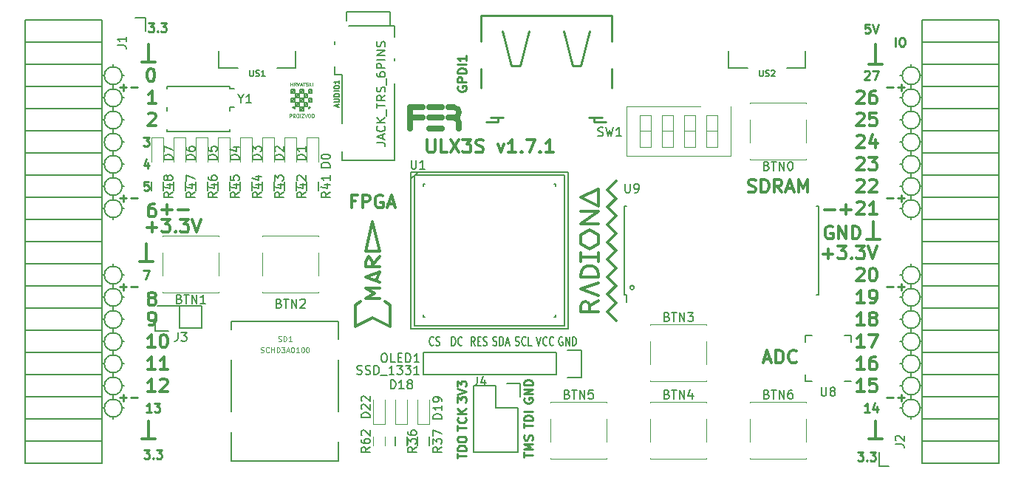
<source format=gto>
G04 #@! TF.FileFunction,Legend,Top*
%FSLAX46Y46*%
G04 Gerber Fmt 4.6, Leading zero omitted, Abs format (unit mm)*
G04 Created by KiCad (PCBNEW 4.0.7+dfsg1-1) date Wed Nov 15 16:27:29 2017*
%MOMM*%
%LPD*%
G01*
G04 APERTURE LIST*
%ADD10C,0.100000*%
%ADD11C,0.250000*%
%ADD12C,0.300000*%
%ADD13C,0.200000*%
%ADD14C,0.150000*%
%ADD15C,0.120000*%
%ADD16C,0.700000*%
%ADD17C,0.254000*%
%ADD18C,0.075000*%
%ADD19C,0.152400*%
%ADD20C,0.124460*%
G04 APERTURE END LIST*
D10*
D11*
X96148000Y-69111429D02*
X96909905Y-69111429D01*
X96528953Y-69492381D02*
X96528953Y-68730476D01*
X97386095Y-69111429D02*
X98148000Y-69111429D01*
X96148000Y-81811429D02*
X96909905Y-81811429D01*
X96528953Y-82192381D02*
X96528953Y-81430476D01*
X97386095Y-81811429D02*
X98148000Y-81811429D01*
X96148000Y-91971429D02*
X96909905Y-91971429D01*
X96528953Y-92352381D02*
X96528953Y-91590476D01*
X97386095Y-91971429D02*
X98148000Y-91971429D01*
X96148000Y-104671429D02*
X96909905Y-104671429D01*
X96528953Y-105052381D02*
X96528953Y-104290476D01*
X97386095Y-104671429D02*
X98148000Y-104671429D01*
X184032000Y-104671429D02*
X184793905Y-104671429D01*
X185270095Y-104671429D02*
X186032000Y-104671429D01*
X185651048Y-105052381D02*
X185651048Y-104290476D01*
X184032000Y-91971429D02*
X184793905Y-91971429D01*
X185270095Y-91971429D02*
X186032000Y-91971429D01*
X185651048Y-92352381D02*
X185651048Y-91590476D01*
X184032000Y-81811429D02*
X184793905Y-81811429D01*
X185270095Y-81811429D02*
X186032000Y-81811429D01*
X185651048Y-82192381D02*
X185651048Y-81430476D01*
X184032000Y-69111429D02*
X184793905Y-69111429D01*
X185270095Y-69111429D02*
X186032000Y-69111429D01*
X185651048Y-69492381D02*
X185651048Y-68730476D01*
X185016191Y-64412381D02*
X185016191Y-63412381D01*
X185682857Y-63412381D02*
X185873334Y-63412381D01*
X185968572Y-63460000D01*
X186063810Y-63555238D01*
X186111429Y-63745714D01*
X186111429Y-64079048D01*
X186063810Y-64269524D01*
X185968572Y-64364762D01*
X185873334Y-64412381D01*
X185682857Y-64412381D01*
X185587619Y-64364762D01*
X185492381Y-64269524D01*
X185444762Y-64079048D01*
X185444762Y-63745714D01*
X185492381Y-63555238D01*
X185587619Y-63460000D01*
X185682857Y-63412381D01*
D12*
X176928000Y-83117143D02*
X178070857Y-83117143D01*
X178785143Y-83117143D02*
X179928000Y-83117143D01*
X179356571Y-83688571D02*
X179356571Y-82545714D01*
D13*
X187826000Y-67770000D02*
G75*
G03X187826000Y-67770000I-1016000J0D01*
G01*
X187826000Y-70310000D02*
G75*
G03X187826000Y-70310000I-1016000J0D01*
G01*
X187826000Y-72850000D02*
G75*
G03X187826000Y-72850000I-1016000J0D01*
G01*
X187826000Y-75390000D02*
G75*
G03X187826000Y-75390000I-1016000J0D01*
G01*
X187826000Y-77930000D02*
G75*
G03X187826000Y-77930000I-1016000J0D01*
G01*
X187826000Y-80470000D02*
G75*
G03X187826000Y-80470000I-1016000J0D01*
G01*
X187826000Y-83010000D02*
G75*
G03X187826000Y-83010000I-1016000J0D01*
G01*
X187826000Y-90630000D02*
G75*
G03X187826000Y-90630000I-1016000J0D01*
G01*
X187826000Y-93170000D02*
G75*
G03X187826000Y-93170000I-1016000J0D01*
G01*
X187826000Y-95710000D02*
G75*
G03X187826000Y-95710000I-1016000J0D01*
G01*
X187826000Y-98250000D02*
G75*
G03X187826000Y-98250000I-1016000J0D01*
G01*
X187826000Y-100790000D02*
G75*
G03X187826000Y-100790000I-1016000J0D01*
G01*
X187826000Y-103330000D02*
G75*
G03X187826000Y-103330000I-1016000J0D01*
G01*
X187826000Y-105870000D02*
G75*
G03X187826000Y-105870000I-1016000J0D01*
G01*
X96386000Y-105870000D02*
G75*
G03X96386000Y-105870000I-1016000J0D01*
G01*
X96386000Y-103330000D02*
G75*
G03X96386000Y-103330000I-1016000J0D01*
G01*
X96386000Y-100790000D02*
G75*
G03X96386000Y-100790000I-1016000J0D01*
G01*
X96386000Y-98250000D02*
G75*
G03X96386000Y-98250000I-1016000J0D01*
G01*
X96386000Y-95710000D02*
G75*
G03X96386000Y-95710000I-1016000J0D01*
G01*
X96386000Y-93170000D02*
G75*
G03X96386000Y-93170000I-1016000J0D01*
G01*
X96386000Y-90630000D02*
G75*
G03X96386000Y-90630000I-1016000J0D01*
G01*
X96386000Y-83010000D02*
G75*
G03X96386000Y-83010000I-1016000J0D01*
G01*
X96386000Y-80470000D02*
G75*
G03X96386000Y-80470000I-1016000J0D01*
G01*
X96386000Y-77930000D02*
G75*
G03X96386000Y-77930000I-1016000J0D01*
G01*
X96386000Y-75390000D02*
G75*
G03X96386000Y-75390000I-1016000J0D01*
G01*
X96386000Y-72850000D02*
G75*
G03X96386000Y-72850000I-1016000J0D01*
G01*
X96386000Y-70310000D02*
G75*
G03X96386000Y-70310000I-1016000J0D01*
G01*
X96386000Y-67770000D02*
G75*
G03X96386000Y-67770000I-1016000J0D01*
G01*
D12*
X177793143Y-85054000D02*
X177650286Y-84982571D01*
X177436000Y-84982571D01*
X177221715Y-85054000D01*
X177078857Y-85196857D01*
X177007429Y-85339714D01*
X176936000Y-85625429D01*
X176936000Y-85839714D01*
X177007429Y-86125429D01*
X177078857Y-86268286D01*
X177221715Y-86411143D01*
X177436000Y-86482571D01*
X177578857Y-86482571D01*
X177793143Y-86411143D01*
X177864572Y-86339714D01*
X177864572Y-85839714D01*
X177578857Y-85839714D01*
X178507429Y-86482571D02*
X178507429Y-84982571D01*
X179364572Y-86482571D01*
X179364572Y-84982571D01*
X180078858Y-86482571D02*
X180078858Y-84982571D01*
X180436001Y-84982571D01*
X180650286Y-85054000D01*
X180793144Y-85196857D01*
X180864572Y-85339714D01*
X180936001Y-85625429D01*
X180936001Y-85839714D01*
X180864572Y-86125429D01*
X180793144Y-86268286D01*
X180650286Y-86411143D01*
X180436001Y-86482571D01*
X180078858Y-86482571D01*
X183254000Y-86566000D02*
X181730000Y-86566000D01*
X182492000Y-84534000D02*
X182492000Y-86566000D01*
X181984000Y-109426000D02*
X183508000Y-109426000D01*
X182746000Y-109426000D02*
X182746000Y-107394000D01*
D11*
X182047524Y-106322381D02*
X181476095Y-106322381D01*
X181761809Y-106322381D02*
X181761809Y-105322381D01*
X181666571Y-105465238D01*
X181571333Y-105560476D01*
X181476095Y-105608095D01*
X182904667Y-105655714D02*
X182904667Y-106322381D01*
X182666571Y-105274762D02*
X182428476Y-105989048D01*
X183047524Y-105989048D01*
X181476095Y-67317619D02*
X181523714Y-67270000D01*
X181618952Y-67222381D01*
X181857048Y-67222381D01*
X181952286Y-67270000D01*
X181999905Y-67317619D01*
X182047524Y-67412857D01*
X182047524Y-67508095D01*
X181999905Y-67650952D01*
X181428476Y-68222381D01*
X182047524Y-68222381D01*
X182380857Y-67222381D02*
X183047524Y-67222381D01*
X182618952Y-68222381D01*
D12*
X181984000Y-66500000D02*
X183508000Y-66500000D01*
X182746000Y-66500000D02*
X182746000Y-64214000D01*
X98672000Y-109426000D02*
X100196000Y-109426000D01*
X99434000Y-107394000D02*
X99434000Y-109426000D01*
D11*
X98846667Y-74842381D02*
X99465715Y-74842381D01*
X99132381Y-75223333D01*
X99275239Y-75223333D01*
X99370477Y-75270952D01*
X99418096Y-75318571D01*
X99465715Y-75413810D01*
X99465715Y-75651905D01*
X99418096Y-75747143D01*
X99370477Y-75794762D01*
X99275239Y-75842381D01*
X98989524Y-75842381D01*
X98894286Y-75794762D01*
X98846667Y-75747143D01*
X99370477Y-77715714D02*
X99370477Y-78382381D01*
X99132381Y-77334762D02*
X98894286Y-78049048D01*
X99513334Y-78049048D01*
X99418096Y-79922381D02*
X98941905Y-79922381D01*
X98894286Y-80398571D01*
X98941905Y-80350952D01*
X99037143Y-80303333D01*
X99275239Y-80303333D01*
X99370477Y-80350952D01*
X99418096Y-80398571D01*
X99465715Y-80493810D01*
X99465715Y-80731905D01*
X99418096Y-80827143D01*
X99370477Y-80874762D01*
X99275239Y-80922381D01*
X99037143Y-80922381D01*
X98941905Y-80874762D01*
X98894286Y-80827143D01*
X99751524Y-106322381D02*
X99180095Y-106322381D01*
X99465809Y-106322381D02*
X99465809Y-105322381D01*
X99370571Y-105465238D01*
X99275333Y-105560476D01*
X99180095Y-105608095D01*
X100084857Y-105322381D02*
X100703905Y-105322381D01*
X100370571Y-105703333D01*
X100513429Y-105703333D01*
X100608667Y-105750952D01*
X100656286Y-105798571D01*
X100703905Y-105893810D01*
X100703905Y-106131905D01*
X100656286Y-106227143D01*
X100608667Y-106274762D01*
X100513429Y-106322381D01*
X100227714Y-106322381D01*
X100132476Y-106274762D01*
X100084857Y-106227143D01*
X98846667Y-90082381D02*
X99513334Y-90082381D01*
X99084762Y-91082381D01*
D12*
X98418000Y-89106000D02*
X99942000Y-89106000D01*
X99180000Y-87074000D02*
X99180000Y-89106000D01*
X98672000Y-66246000D02*
X100196000Y-66246000D01*
X99434000Y-64214000D02*
X99434000Y-66246000D01*
D11*
X99402381Y-61761381D02*
X100021429Y-61761381D01*
X99688095Y-62142333D01*
X99830953Y-62142333D01*
X99926191Y-62189952D01*
X99973810Y-62237571D01*
X100021429Y-62332810D01*
X100021429Y-62570905D01*
X99973810Y-62666143D01*
X99926191Y-62713762D01*
X99830953Y-62761381D01*
X99545238Y-62761381D01*
X99450000Y-62713762D01*
X99402381Y-62666143D01*
X100450000Y-62666143D02*
X100497619Y-62713762D01*
X100450000Y-62761381D01*
X100402381Y-62713762D01*
X100450000Y-62666143D01*
X100450000Y-62761381D01*
X100830952Y-61761381D02*
X101450000Y-61761381D01*
X101116666Y-62142333D01*
X101259524Y-62142333D01*
X101354762Y-62189952D01*
X101402381Y-62237571D01*
X101450000Y-62332810D01*
X101450000Y-62570905D01*
X101402381Y-62666143D01*
X101354762Y-62713762D01*
X101259524Y-62761381D01*
X100973809Y-62761381D01*
X100878571Y-62713762D01*
X100830952Y-62666143D01*
X180682381Y-110910381D02*
X181301429Y-110910381D01*
X180968095Y-111291333D01*
X181110953Y-111291333D01*
X181206191Y-111338952D01*
X181253810Y-111386571D01*
X181301429Y-111481810D01*
X181301429Y-111719905D01*
X181253810Y-111815143D01*
X181206191Y-111862762D01*
X181110953Y-111910381D01*
X180825238Y-111910381D01*
X180730000Y-111862762D01*
X180682381Y-111815143D01*
X181730000Y-111815143D02*
X181777619Y-111862762D01*
X181730000Y-111910381D01*
X181682381Y-111862762D01*
X181730000Y-111815143D01*
X181730000Y-111910381D01*
X182110952Y-110910381D02*
X182730000Y-110910381D01*
X182396666Y-111291333D01*
X182539524Y-111291333D01*
X182634762Y-111338952D01*
X182682381Y-111386571D01*
X182730000Y-111481810D01*
X182730000Y-111719905D01*
X182682381Y-111815143D01*
X182634762Y-111862762D01*
X182539524Y-111910381D01*
X182253809Y-111910381D01*
X182158571Y-111862762D01*
X182110952Y-111815143D01*
D12*
X99228001Y-85149143D02*
X100370858Y-85149143D01*
X99799429Y-85720571D02*
X99799429Y-84577714D01*
X100942287Y-84220571D02*
X101870858Y-84220571D01*
X101370858Y-84792000D01*
X101585144Y-84792000D01*
X101728001Y-84863429D01*
X101799430Y-84934857D01*
X101870858Y-85077714D01*
X101870858Y-85434857D01*
X101799430Y-85577714D01*
X101728001Y-85649143D01*
X101585144Y-85720571D01*
X101156572Y-85720571D01*
X101013715Y-85649143D01*
X100942287Y-85577714D01*
X102513715Y-85577714D02*
X102585143Y-85649143D01*
X102513715Y-85720571D01*
X102442286Y-85649143D01*
X102513715Y-85577714D01*
X102513715Y-85720571D01*
X103085144Y-84220571D02*
X104013715Y-84220571D01*
X103513715Y-84792000D01*
X103728001Y-84792000D01*
X103870858Y-84863429D01*
X103942287Y-84934857D01*
X104013715Y-85077714D01*
X104013715Y-85434857D01*
X103942287Y-85577714D01*
X103870858Y-85649143D01*
X103728001Y-85720571D01*
X103299429Y-85720571D01*
X103156572Y-85649143D01*
X103085144Y-85577714D01*
X104442286Y-84220571D02*
X104942286Y-85720571D01*
X105442286Y-84220571D01*
D11*
X98894381Y-110656381D02*
X99513429Y-110656381D01*
X99180095Y-111037333D01*
X99322953Y-111037333D01*
X99418191Y-111084952D01*
X99465810Y-111132571D01*
X99513429Y-111227810D01*
X99513429Y-111465905D01*
X99465810Y-111561143D01*
X99418191Y-111608762D01*
X99322953Y-111656381D01*
X99037238Y-111656381D01*
X98942000Y-111608762D01*
X98894381Y-111561143D01*
X99942000Y-111561143D02*
X99989619Y-111608762D01*
X99942000Y-111656381D01*
X99894381Y-111608762D01*
X99942000Y-111561143D01*
X99942000Y-111656381D01*
X100322952Y-110656381D02*
X100942000Y-110656381D01*
X100608666Y-111037333D01*
X100751524Y-111037333D01*
X100846762Y-111084952D01*
X100894381Y-111132571D01*
X100942000Y-111227810D01*
X100942000Y-111465905D01*
X100894381Y-111561143D01*
X100846762Y-111608762D01*
X100751524Y-111656381D01*
X100465809Y-111656381D01*
X100370571Y-111608762D01*
X100322952Y-111561143D01*
X182047524Y-61888381D02*
X181571333Y-61888381D01*
X181523714Y-62364571D01*
X181571333Y-62316952D01*
X181666571Y-62269333D01*
X181904667Y-62269333D01*
X181999905Y-62316952D01*
X182047524Y-62364571D01*
X182095143Y-62459810D01*
X182095143Y-62697905D01*
X182047524Y-62793143D01*
X181999905Y-62840762D01*
X181904667Y-62888381D01*
X181666571Y-62888381D01*
X181571333Y-62840762D01*
X181523714Y-62793143D01*
X182380857Y-61888381D02*
X182714190Y-62888381D01*
X183047524Y-61888381D01*
D12*
X180587143Y-69631429D02*
X180658572Y-69560000D01*
X180801429Y-69488571D01*
X181158572Y-69488571D01*
X181301429Y-69560000D01*
X181372858Y-69631429D01*
X181444286Y-69774286D01*
X181444286Y-69917143D01*
X181372858Y-70131429D01*
X180515715Y-70988571D01*
X181444286Y-70988571D01*
X182730000Y-69488571D02*
X182444286Y-69488571D01*
X182301429Y-69560000D01*
X182230000Y-69631429D01*
X182087143Y-69845714D01*
X182015714Y-70131429D01*
X182015714Y-70702857D01*
X182087143Y-70845714D01*
X182158571Y-70917143D01*
X182301429Y-70988571D01*
X182587143Y-70988571D01*
X182730000Y-70917143D01*
X182801429Y-70845714D01*
X182872857Y-70702857D01*
X182872857Y-70345714D01*
X182801429Y-70202857D01*
X182730000Y-70131429D01*
X182587143Y-70060000D01*
X182301429Y-70060000D01*
X182158571Y-70131429D01*
X182087143Y-70202857D01*
X182015714Y-70345714D01*
X180587143Y-72171429D02*
X180658572Y-72100000D01*
X180801429Y-72028571D01*
X181158572Y-72028571D01*
X181301429Y-72100000D01*
X181372858Y-72171429D01*
X181444286Y-72314286D01*
X181444286Y-72457143D01*
X181372858Y-72671429D01*
X180515715Y-73528571D01*
X181444286Y-73528571D01*
X182801429Y-72028571D02*
X182087143Y-72028571D01*
X182015714Y-72742857D01*
X182087143Y-72671429D01*
X182230000Y-72600000D01*
X182587143Y-72600000D01*
X182730000Y-72671429D01*
X182801429Y-72742857D01*
X182872857Y-72885714D01*
X182872857Y-73242857D01*
X182801429Y-73385714D01*
X182730000Y-73457143D01*
X182587143Y-73528571D01*
X182230000Y-73528571D01*
X182087143Y-73457143D01*
X182015714Y-73385714D01*
X180587143Y-74711429D02*
X180658572Y-74640000D01*
X180801429Y-74568571D01*
X181158572Y-74568571D01*
X181301429Y-74640000D01*
X181372858Y-74711429D01*
X181444286Y-74854286D01*
X181444286Y-74997143D01*
X181372858Y-75211429D01*
X180515715Y-76068571D01*
X181444286Y-76068571D01*
X182730000Y-75068571D02*
X182730000Y-76068571D01*
X182372857Y-74497143D02*
X182015714Y-75568571D01*
X182944286Y-75568571D01*
X180587143Y-77251429D02*
X180658572Y-77180000D01*
X180801429Y-77108571D01*
X181158572Y-77108571D01*
X181301429Y-77180000D01*
X181372858Y-77251429D01*
X181444286Y-77394286D01*
X181444286Y-77537143D01*
X181372858Y-77751429D01*
X180515715Y-78608571D01*
X181444286Y-78608571D01*
X181944286Y-77108571D02*
X182872857Y-77108571D01*
X182372857Y-77680000D01*
X182587143Y-77680000D01*
X182730000Y-77751429D01*
X182801429Y-77822857D01*
X182872857Y-77965714D01*
X182872857Y-78322857D01*
X182801429Y-78465714D01*
X182730000Y-78537143D01*
X182587143Y-78608571D01*
X182158571Y-78608571D01*
X182015714Y-78537143D01*
X181944286Y-78465714D01*
X180587143Y-79791429D02*
X180658572Y-79720000D01*
X180801429Y-79648571D01*
X181158572Y-79648571D01*
X181301429Y-79720000D01*
X181372858Y-79791429D01*
X181444286Y-79934286D01*
X181444286Y-80077143D01*
X181372858Y-80291429D01*
X180515715Y-81148571D01*
X181444286Y-81148571D01*
X182015714Y-79791429D02*
X182087143Y-79720000D01*
X182230000Y-79648571D01*
X182587143Y-79648571D01*
X182730000Y-79720000D01*
X182801429Y-79791429D01*
X182872857Y-79934286D01*
X182872857Y-80077143D01*
X182801429Y-80291429D01*
X181944286Y-81148571D01*
X182872857Y-81148571D01*
X180587143Y-82331429D02*
X180658572Y-82260000D01*
X180801429Y-82188571D01*
X181158572Y-82188571D01*
X181301429Y-82260000D01*
X181372858Y-82331429D01*
X181444286Y-82474286D01*
X181444286Y-82617143D01*
X181372858Y-82831429D01*
X180515715Y-83688571D01*
X181444286Y-83688571D01*
X182872857Y-83688571D02*
X182015714Y-83688571D01*
X182444286Y-83688571D02*
X182444286Y-82188571D01*
X182301429Y-82402857D01*
X182158571Y-82545714D01*
X182015714Y-82617143D01*
X176698001Y-88197143D02*
X177840858Y-88197143D01*
X177269429Y-88768571D02*
X177269429Y-87625714D01*
X178412287Y-87268571D02*
X179340858Y-87268571D01*
X178840858Y-87840000D01*
X179055144Y-87840000D01*
X179198001Y-87911429D01*
X179269430Y-87982857D01*
X179340858Y-88125714D01*
X179340858Y-88482857D01*
X179269430Y-88625714D01*
X179198001Y-88697143D01*
X179055144Y-88768571D01*
X178626572Y-88768571D01*
X178483715Y-88697143D01*
X178412287Y-88625714D01*
X179983715Y-88625714D02*
X180055143Y-88697143D01*
X179983715Y-88768571D01*
X179912286Y-88697143D01*
X179983715Y-88625714D01*
X179983715Y-88768571D01*
X180555144Y-87268571D02*
X181483715Y-87268571D01*
X180983715Y-87840000D01*
X181198001Y-87840000D01*
X181340858Y-87911429D01*
X181412287Y-87982857D01*
X181483715Y-88125714D01*
X181483715Y-88482857D01*
X181412287Y-88625714D01*
X181340858Y-88697143D01*
X181198001Y-88768571D01*
X180769429Y-88768571D01*
X180626572Y-88697143D01*
X180555144Y-88625714D01*
X181912286Y-87268571D02*
X182412286Y-88768571D01*
X182912286Y-87268571D01*
X180587143Y-89951429D02*
X180658572Y-89880000D01*
X180801429Y-89808571D01*
X181158572Y-89808571D01*
X181301429Y-89880000D01*
X181372858Y-89951429D01*
X181444286Y-90094286D01*
X181444286Y-90237143D01*
X181372858Y-90451429D01*
X180515715Y-91308571D01*
X181444286Y-91308571D01*
X182372857Y-89808571D02*
X182515714Y-89808571D01*
X182658571Y-89880000D01*
X182730000Y-89951429D01*
X182801429Y-90094286D01*
X182872857Y-90380000D01*
X182872857Y-90737143D01*
X182801429Y-91022857D01*
X182730000Y-91165714D01*
X182658571Y-91237143D01*
X182515714Y-91308571D01*
X182372857Y-91308571D01*
X182230000Y-91237143D01*
X182158571Y-91165714D01*
X182087143Y-91022857D01*
X182015714Y-90737143D01*
X182015714Y-90380000D01*
X182087143Y-90094286D01*
X182158571Y-89951429D01*
X182230000Y-89880000D01*
X182372857Y-89808571D01*
X181444286Y-93848571D02*
X180587143Y-93848571D01*
X181015715Y-93848571D02*
X181015715Y-92348571D01*
X180872858Y-92562857D01*
X180730000Y-92705714D01*
X180587143Y-92777143D01*
X182158571Y-93848571D02*
X182444286Y-93848571D01*
X182587143Y-93777143D01*
X182658571Y-93705714D01*
X182801429Y-93491429D01*
X182872857Y-93205714D01*
X182872857Y-92634286D01*
X182801429Y-92491429D01*
X182730000Y-92420000D01*
X182587143Y-92348571D01*
X182301429Y-92348571D01*
X182158571Y-92420000D01*
X182087143Y-92491429D01*
X182015714Y-92634286D01*
X182015714Y-92991429D01*
X182087143Y-93134286D01*
X182158571Y-93205714D01*
X182301429Y-93277143D01*
X182587143Y-93277143D01*
X182730000Y-93205714D01*
X182801429Y-93134286D01*
X182872857Y-92991429D01*
X181444286Y-96388571D02*
X180587143Y-96388571D01*
X181015715Y-96388571D02*
X181015715Y-94888571D01*
X180872858Y-95102857D01*
X180730000Y-95245714D01*
X180587143Y-95317143D01*
X182301429Y-95531429D02*
X182158571Y-95460000D01*
X182087143Y-95388571D01*
X182015714Y-95245714D01*
X182015714Y-95174286D01*
X182087143Y-95031429D01*
X182158571Y-94960000D01*
X182301429Y-94888571D01*
X182587143Y-94888571D01*
X182730000Y-94960000D01*
X182801429Y-95031429D01*
X182872857Y-95174286D01*
X182872857Y-95245714D01*
X182801429Y-95388571D01*
X182730000Y-95460000D01*
X182587143Y-95531429D01*
X182301429Y-95531429D01*
X182158571Y-95602857D01*
X182087143Y-95674286D01*
X182015714Y-95817143D01*
X182015714Y-96102857D01*
X182087143Y-96245714D01*
X182158571Y-96317143D01*
X182301429Y-96388571D01*
X182587143Y-96388571D01*
X182730000Y-96317143D01*
X182801429Y-96245714D01*
X182872857Y-96102857D01*
X182872857Y-95817143D01*
X182801429Y-95674286D01*
X182730000Y-95602857D01*
X182587143Y-95531429D01*
X181444286Y-98928571D02*
X180587143Y-98928571D01*
X181015715Y-98928571D02*
X181015715Y-97428571D01*
X180872858Y-97642857D01*
X180730000Y-97785714D01*
X180587143Y-97857143D01*
X181944286Y-97428571D02*
X182944286Y-97428571D01*
X182301429Y-98928571D01*
X181444286Y-101468571D02*
X180587143Y-101468571D01*
X181015715Y-101468571D02*
X181015715Y-99968571D01*
X180872858Y-100182857D01*
X180730000Y-100325714D01*
X180587143Y-100397143D01*
X182730000Y-99968571D02*
X182444286Y-99968571D01*
X182301429Y-100040000D01*
X182230000Y-100111429D01*
X182087143Y-100325714D01*
X182015714Y-100611429D01*
X182015714Y-101182857D01*
X182087143Y-101325714D01*
X182158571Y-101397143D01*
X182301429Y-101468571D01*
X182587143Y-101468571D01*
X182730000Y-101397143D01*
X182801429Y-101325714D01*
X182872857Y-101182857D01*
X182872857Y-100825714D01*
X182801429Y-100682857D01*
X182730000Y-100611429D01*
X182587143Y-100540000D01*
X182301429Y-100540000D01*
X182158571Y-100611429D01*
X182087143Y-100682857D01*
X182015714Y-100825714D01*
X181444286Y-104008571D02*
X180587143Y-104008571D01*
X181015715Y-104008571D02*
X181015715Y-102508571D01*
X180872858Y-102722857D01*
X180730000Y-102865714D01*
X180587143Y-102937143D01*
X182801429Y-102508571D02*
X182087143Y-102508571D01*
X182015714Y-103222857D01*
X182087143Y-103151429D01*
X182230000Y-103080000D01*
X182587143Y-103080000D01*
X182730000Y-103151429D01*
X182801429Y-103222857D01*
X182872857Y-103365714D01*
X182872857Y-103722857D01*
X182801429Y-103865714D01*
X182730000Y-103937143D01*
X182587143Y-104008571D01*
X182230000Y-104008571D01*
X182087143Y-103937143D01*
X182015714Y-103865714D01*
D13*
X186810000Y-66500000D02*
X186810000Y-66754000D01*
X187826000Y-67770000D02*
X188080000Y-67770000D01*
X185540000Y-67770000D02*
X185794000Y-67770000D01*
X186810000Y-69294000D02*
X186810000Y-68786000D01*
X187826000Y-70310000D02*
X188080000Y-70310000D01*
X185540000Y-70310000D02*
X185794000Y-70310000D01*
X186810000Y-71326000D02*
X186810000Y-71834000D01*
X187826000Y-72850000D02*
X188080000Y-72850000D01*
X185540000Y-72850000D02*
X185794000Y-72850000D01*
X186810000Y-73866000D02*
X186810000Y-74374000D01*
X187826000Y-75390000D02*
X188080000Y-75390000D01*
X185540000Y-75390000D02*
X185794000Y-75390000D01*
X186810000Y-76406000D02*
X186810000Y-76914000D01*
X187826000Y-77930000D02*
X188080000Y-77930000D01*
X185540000Y-77930000D02*
X185794000Y-77930000D01*
X186810000Y-79454000D02*
X186810000Y-78946000D01*
X187826000Y-80470000D02*
X188080000Y-80470000D01*
X185540000Y-80470000D02*
X185794000Y-80470000D01*
X186810000Y-81994000D02*
X186810000Y-81486000D01*
X187826000Y-83010000D02*
X188080000Y-83010000D01*
X185540000Y-83010000D02*
X185794000Y-83010000D01*
X186810000Y-84026000D02*
X186810000Y-84280000D01*
X186810000Y-89360000D02*
X186810000Y-89614000D01*
X187826000Y-90630000D02*
X188080000Y-90630000D01*
X185540000Y-90630000D02*
X185794000Y-90630000D01*
X186810000Y-91646000D02*
X186810000Y-92154000D01*
X187826000Y-93170000D02*
X188080000Y-93170000D01*
X185540000Y-93170000D02*
X185794000Y-93170000D01*
X186810000Y-94186000D02*
X186810000Y-94694000D01*
X187826000Y-95710000D02*
X188080000Y-95710000D01*
X185540000Y-95710000D02*
X185794000Y-95710000D01*
X186810000Y-97234000D02*
X186810000Y-96726000D01*
X187826000Y-98250000D02*
X188080000Y-98250000D01*
X185540000Y-98250000D02*
X185794000Y-98250000D01*
X187826000Y-100790000D02*
X188080000Y-100790000D01*
X185540000Y-100790000D02*
X185794000Y-100790000D01*
X186810000Y-99266000D02*
X186810000Y-99774000D01*
X186810000Y-102314000D02*
X186810000Y-101806000D01*
X187826000Y-103330000D02*
X188080000Y-103330000D01*
X185540000Y-103330000D02*
X185794000Y-103330000D01*
X186810000Y-104346000D02*
X186810000Y-104854000D01*
X185540000Y-105870000D02*
X185794000Y-105870000D01*
X187826000Y-105870000D02*
X188080000Y-105870000D01*
X186810000Y-106886000D02*
X186810000Y-107140000D01*
X95370000Y-66754000D02*
X95370000Y-66500000D01*
X96386000Y-67770000D02*
X96640000Y-67770000D01*
X94100000Y-67770000D02*
X94354000Y-67770000D01*
X95370000Y-68786000D02*
X95370000Y-69294000D01*
X96386000Y-70310000D02*
X96640000Y-70310000D01*
X94100000Y-70310000D02*
X94354000Y-70310000D01*
X95370000Y-71326000D02*
X95370000Y-71834000D01*
X96386000Y-72850000D02*
X96640000Y-72850000D01*
X94100000Y-72850000D02*
X94354000Y-72850000D01*
X95370000Y-73866000D02*
X95370000Y-74374000D01*
X96386000Y-75390000D02*
X96640000Y-75390000D01*
X95370000Y-76406000D02*
X95370000Y-76914000D01*
X96386000Y-77930000D02*
X96640000Y-77930000D01*
X94100000Y-77930000D02*
X94354000Y-77930000D01*
X95370000Y-79454000D02*
X95370000Y-78946000D01*
X96386000Y-80470000D02*
X96640000Y-80470000D01*
X94100000Y-80470000D02*
X94354000Y-80470000D01*
X95370000Y-81486000D02*
X95370000Y-81994000D01*
X96386000Y-83010000D02*
X96640000Y-83010000D01*
X95370000Y-84026000D02*
X95370000Y-84280000D01*
X94100000Y-83010000D02*
X94354000Y-83010000D01*
X95370000Y-106886000D02*
X95370000Y-107140000D01*
X95370000Y-89360000D02*
X95370000Y-89614000D01*
X96386000Y-93170000D02*
X96640000Y-93170000D01*
X94100000Y-93170000D02*
X94354000Y-93170000D01*
X95370000Y-94186000D02*
X95370000Y-94694000D01*
X94100000Y-90630000D02*
X94354000Y-90630000D01*
X96386000Y-90630000D02*
X96640000Y-90630000D01*
X95370000Y-92154000D02*
X95370000Y-91646000D01*
X96386000Y-95710000D02*
X96640000Y-95710000D01*
X94100000Y-95710000D02*
X94354000Y-95710000D01*
X96386000Y-98250000D02*
X96640000Y-98250000D01*
X94354000Y-98250000D02*
X94100000Y-98250000D01*
X95370000Y-96726000D02*
X95370000Y-97234000D01*
X95370000Y-99266000D02*
X95370000Y-99774000D01*
X94100000Y-100790000D02*
X94354000Y-100790000D01*
X96386000Y-100790000D02*
X96640000Y-100790000D01*
X94100000Y-103330000D02*
X94354000Y-103330000D01*
X96386000Y-103330000D02*
X96640000Y-103330000D01*
X95370000Y-101806000D02*
X95370000Y-102314000D01*
X95370000Y-104346000D02*
X95370000Y-104854000D01*
X96386000Y-105870000D02*
X96640000Y-105870000D01*
X94100000Y-105870000D02*
X94354000Y-105870000D01*
D12*
X100982000Y-83117143D02*
X102124857Y-83117143D01*
X101553428Y-83688571D02*
X101553428Y-82545714D01*
X102839143Y-83117143D02*
X103982000Y-83117143D01*
X100164286Y-104008571D02*
X99307143Y-104008571D01*
X99735715Y-104008571D02*
X99735715Y-102508571D01*
X99592858Y-102722857D01*
X99450000Y-102865714D01*
X99307143Y-102937143D01*
X100735714Y-102651429D02*
X100807143Y-102580000D01*
X100950000Y-102508571D01*
X101307143Y-102508571D01*
X101450000Y-102580000D01*
X101521429Y-102651429D01*
X101592857Y-102794286D01*
X101592857Y-102937143D01*
X101521429Y-103151429D01*
X100664286Y-104008571D01*
X101592857Y-104008571D01*
X100164286Y-101468571D02*
X99307143Y-101468571D01*
X99735715Y-101468571D02*
X99735715Y-99968571D01*
X99592858Y-100182857D01*
X99450000Y-100325714D01*
X99307143Y-100397143D01*
X101592857Y-101468571D02*
X100735714Y-101468571D01*
X101164286Y-101468571D02*
X101164286Y-99968571D01*
X101021429Y-100182857D01*
X100878571Y-100325714D01*
X100735714Y-100397143D01*
X100164286Y-98928571D02*
X99307143Y-98928571D01*
X99735715Y-98928571D02*
X99735715Y-97428571D01*
X99592858Y-97642857D01*
X99450000Y-97785714D01*
X99307143Y-97857143D01*
X101092857Y-97428571D02*
X101235714Y-97428571D01*
X101378571Y-97500000D01*
X101450000Y-97571429D01*
X101521429Y-97714286D01*
X101592857Y-98000000D01*
X101592857Y-98357143D01*
X101521429Y-98642857D01*
X101450000Y-98785714D01*
X101378571Y-98857143D01*
X101235714Y-98928571D01*
X101092857Y-98928571D01*
X100950000Y-98857143D01*
X100878571Y-98785714D01*
X100807143Y-98642857D01*
X100735714Y-98357143D01*
X100735714Y-98000000D01*
X100807143Y-97714286D01*
X100878571Y-97571429D01*
X100950000Y-97500000D01*
X101092857Y-97428571D01*
X99529286Y-96388571D02*
X99815001Y-96388571D01*
X99957858Y-96317143D01*
X100029286Y-96245714D01*
X100172144Y-96031429D01*
X100243572Y-95745714D01*
X100243572Y-95174286D01*
X100172144Y-95031429D01*
X100100715Y-94960000D01*
X99957858Y-94888571D01*
X99672144Y-94888571D01*
X99529286Y-94960000D01*
X99457858Y-95031429D01*
X99386429Y-95174286D01*
X99386429Y-95531429D01*
X99457858Y-95674286D01*
X99529286Y-95745714D01*
X99672144Y-95817143D01*
X99957858Y-95817143D01*
X100100715Y-95745714D01*
X100172144Y-95674286D01*
X100243572Y-95531429D01*
X99672144Y-93245429D02*
X99529286Y-93174000D01*
X99457858Y-93102571D01*
X99386429Y-92959714D01*
X99386429Y-92888286D01*
X99457858Y-92745429D01*
X99529286Y-92674000D01*
X99672144Y-92602571D01*
X99957858Y-92602571D01*
X100100715Y-92674000D01*
X100172144Y-92745429D01*
X100243572Y-92888286D01*
X100243572Y-92959714D01*
X100172144Y-93102571D01*
X100100715Y-93174000D01*
X99957858Y-93245429D01*
X99672144Y-93245429D01*
X99529286Y-93316857D01*
X99457858Y-93388286D01*
X99386429Y-93531143D01*
X99386429Y-93816857D01*
X99457858Y-93959714D01*
X99529286Y-94031143D01*
X99672144Y-94102571D01*
X99957858Y-94102571D01*
X100100715Y-94031143D01*
X100172144Y-93959714D01*
X100243572Y-93816857D01*
X100243572Y-93531143D01*
X100172144Y-93388286D01*
X100100715Y-93316857D01*
X99957858Y-93245429D01*
X100100715Y-82442571D02*
X99815001Y-82442571D01*
X99672144Y-82514000D01*
X99600715Y-82585429D01*
X99457858Y-82799714D01*
X99386429Y-83085429D01*
X99386429Y-83656857D01*
X99457858Y-83799714D01*
X99529286Y-83871143D01*
X99672144Y-83942571D01*
X99957858Y-83942571D01*
X100100715Y-83871143D01*
X100172144Y-83799714D01*
X100243572Y-83656857D01*
X100243572Y-83299714D01*
X100172144Y-83156857D01*
X100100715Y-83085429D01*
X99957858Y-83014000D01*
X99672144Y-83014000D01*
X99529286Y-83085429D01*
X99457858Y-83156857D01*
X99386429Y-83299714D01*
X99386429Y-72171429D02*
X99457858Y-72100000D01*
X99600715Y-72028571D01*
X99957858Y-72028571D01*
X100100715Y-72100000D01*
X100172144Y-72171429D01*
X100243572Y-72314286D01*
X100243572Y-72457143D01*
X100172144Y-72671429D01*
X99315001Y-73528571D01*
X100243572Y-73528571D01*
X100243572Y-70988571D02*
X99386429Y-70988571D01*
X99815001Y-70988571D02*
X99815001Y-69488571D01*
X99672144Y-69702857D01*
X99529286Y-69845714D01*
X99386429Y-69917143D01*
X99616572Y-66948571D02*
X99759429Y-66948571D01*
X99902286Y-67020000D01*
X99973715Y-67091429D01*
X100045144Y-67234286D01*
X100116572Y-67520000D01*
X100116572Y-67877143D01*
X100045144Y-68162857D01*
X99973715Y-68305714D01*
X99902286Y-68377143D01*
X99759429Y-68448571D01*
X99616572Y-68448571D01*
X99473715Y-68377143D01*
X99402286Y-68305714D01*
X99330858Y-68162857D01*
X99259429Y-67877143D01*
X99259429Y-67520000D01*
X99330858Y-67234286D01*
X99402286Y-67091429D01*
X99473715Y-67020000D01*
X99616572Y-66948571D01*
X131371430Y-75076571D02*
X131371430Y-76290857D01*
X131442858Y-76433714D01*
X131514287Y-76505143D01*
X131657144Y-76576571D01*
X131942858Y-76576571D01*
X132085716Y-76505143D01*
X132157144Y-76433714D01*
X132228573Y-76290857D01*
X132228573Y-75076571D01*
X133657145Y-76576571D02*
X132942859Y-76576571D01*
X132942859Y-75076571D01*
X134014288Y-75076571D02*
X135014288Y-76576571D01*
X135014288Y-75076571D02*
X134014288Y-76576571D01*
X135442859Y-75076571D02*
X136371430Y-75076571D01*
X135871430Y-75648000D01*
X136085716Y-75648000D01*
X136228573Y-75719429D01*
X136300002Y-75790857D01*
X136371430Y-75933714D01*
X136371430Y-76290857D01*
X136300002Y-76433714D01*
X136228573Y-76505143D01*
X136085716Y-76576571D01*
X135657144Y-76576571D01*
X135514287Y-76505143D01*
X135442859Y-76433714D01*
X136942858Y-76505143D02*
X137157144Y-76576571D01*
X137514287Y-76576571D01*
X137657144Y-76505143D01*
X137728573Y-76433714D01*
X137800001Y-76290857D01*
X137800001Y-76148000D01*
X137728573Y-76005143D01*
X137657144Y-75933714D01*
X137514287Y-75862286D01*
X137228573Y-75790857D01*
X137085715Y-75719429D01*
X137014287Y-75648000D01*
X136942858Y-75505143D01*
X136942858Y-75362286D01*
X137014287Y-75219429D01*
X137085715Y-75148000D01*
X137228573Y-75076571D01*
X137585715Y-75076571D01*
X137800001Y-75148000D01*
X139442858Y-75576571D02*
X139800001Y-76576571D01*
X140157143Y-75576571D01*
X141514286Y-76576571D02*
X140657143Y-76576571D01*
X141085715Y-76576571D02*
X141085715Y-75076571D01*
X140942858Y-75290857D01*
X140800000Y-75433714D01*
X140657143Y-75505143D01*
X142157143Y-76433714D02*
X142228571Y-76505143D01*
X142157143Y-76576571D01*
X142085714Y-76505143D01*
X142157143Y-76433714D01*
X142157143Y-76576571D01*
X142728572Y-75076571D02*
X143728572Y-75076571D01*
X143085715Y-76576571D01*
X144300000Y-76433714D02*
X144371428Y-76505143D01*
X144300000Y-76576571D01*
X144228571Y-76505143D01*
X144300000Y-76433714D01*
X144300000Y-76576571D01*
X145800000Y-76576571D02*
X144942857Y-76576571D01*
X145371429Y-76576571D02*
X145371429Y-75076571D01*
X145228572Y-75290857D01*
X145085714Y-75433714D01*
X144942857Y-75505143D01*
X123159429Y-82140857D02*
X122659429Y-82140857D01*
X122659429Y-82926571D02*
X122659429Y-81426571D01*
X123373715Y-81426571D01*
X123945143Y-82926571D02*
X123945143Y-81426571D01*
X124516571Y-81426571D01*
X124659429Y-81498000D01*
X124730857Y-81569429D01*
X124802286Y-81712286D01*
X124802286Y-81926571D01*
X124730857Y-82069429D01*
X124659429Y-82140857D01*
X124516571Y-82212286D01*
X123945143Y-82212286D01*
X126230857Y-81498000D02*
X126088000Y-81426571D01*
X125873714Y-81426571D01*
X125659429Y-81498000D01*
X125516571Y-81640857D01*
X125445143Y-81783714D01*
X125373714Y-82069429D01*
X125373714Y-82283714D01*
X125445143Y-82569429D01*
X125516571Y-82712286D01*
X125659429Y-82855143D01*
X125873714Y-82926571D01*
X126016571Y-82926571D01*
X126230857Y-82855143D01*
X126302286Y-82783714D01*
X126302286Y-82283714D01*
X126016571Y-82283714D01*
X126873714Y-82498000D02*
X127588000Y-82498000D01*
X126730857Y-82926571D02*
X127230857Y-81426571D01*
X127730857Y-82926571D01*
X168141429Y-81077143D02*
X168355715Y-81148571D01*
X168712858Y-81148571D01*
X168855715Y-81077143D01*
X168927144Y-81005714D01*
X168998572Y-80862857D01*
X168998572Y-80720000D01*
X168927144Y-80577143D01*
X168855715Y-80505714D01*
X168712858Y-80434286D01*
X168427144Y-80362857D01*
X168284286Y-80291429D01*
X168212858Y-80220000D01*
X168141429Y-80077143D01*
X168141429Y-79934286D01*
X168212858Y-79791429D01*
X168284286Y-79720000D01*
X168427144Y-79648571D01*
X168784286Y-79648571D01*
X168998572Y-79720000D01*
X169641429Y-81148571D02*
X169641429Y-79648571D01*
X169998572Y-79648571D01*
X170212857Y-79720000D01*
X170355715Y-79862857D01*
X170427143Y-80005714D01*
X170498572Y-80291429D01*
X170498572Y-80505714D01*
X170427143Y-80791429D01*
X170355715Y-80934286D01*
X170212857Y-81077143D01*
X169998572Y-81148571D01*
X169641429Y-81148571D01*
X171998572Y-81148571D02*
X171498572Y-80434286D01*
X171141429Y-81148571D02*
X171141429Y-79648571D01*
X171712857Y-79648571D01*
X171855715Y-79720000D01*
X171927143Y-79791429D01*
X171998572Y-79934286D01*
X171998572Y-80148571D01*
X171927143Y-80291429D01*
X171855715Y-80362857D01*
X171712857Y-80434286D01*
X171141429Y-80434286D01*
X172570000Y-80720000D02*
X173284286Y-80720000D01*
X172427143Y-81148571D02*
X172927143Y-79648571D01*
X173427143Y-81148571D01*
X173927143Y-81148571D02*
X173927143Y-79648571D01*
X174427143Y-80720000D01*
X174927143Y-79648571D01*
X174927143Y-81148571D01*
X169966857Y-100278000D02*
X170681143Y-100278000D01*
X169824000Y-100706571D02*
X170324000Y-99206571D01*
X170824000Y-100706571D01*
X171324000Y-100706571D02*
X171324000Y-99206571D01*
X171681143Y-99206571D01*
X171895428Y-99278000D01*
X172038286Y-99420857D01*
X172109714Y-99563714D01*
X172181143Y-99849429D01*
X172181143Y-100063714D01*
X172109714Y-100349429D01*
X172038286Y-100492286D01*
X171895428Y-100635143D01*
X171681143Y-100706571D01*
X171324000Y-100706571D01*
X173681143Y-100563714D02*
X173609714Y-100635143D01*
X173395428Y-100706571D01*
X173252571Y-100706571D01*
X173038286Y-100635143D01*
X172895428Y-100492286D01*
X172824000Y-100349429D01*
X172752571Y-100063714D01*
X172752571Y-99849429D01*
X172824000Y-99563714D01*
X172895428Y-99420857D01*
X173038286Y-99278000D01*
X173252571Y-99206571D01*
X173395428Y-99206571D01*
X173609714Y-99278000D01*
X173681143Y-99349429D01*
D11*
X142447381Y-111521333D02*
X142447381Y-110949904D01*
X143447381Y-111235619D02*
X142447381Y-111235619D01*
X143447381Y-110616571D02*
X142447381Y-110616571D01*
X143161667Y-110283237D01*
X142447381Y-109949904D01*
X143447381Y-109949904D01*
X143399762Y-109521333D02*
X143447381Y-109378476D01*
X143447381Y-109140380D01*
X143399762Y-109045142D01*
X143352143Y-108997523D01*
X143256905Y-108949904D01*
X143161667Y-108949904D01*
X143066429Y-108997523D01*
X143018810Y-109045142D01*
X142971190Y-109140380D01*
X142923571Y-109330857D01*
X142875952Y-109426095D01*
X142828333Y-109473714D01*
X142733095Y-109521333D01*
X142637857Y-109521333D01*
X142542619Y-109473714D01*
X142495000Y-109426095D01*
X142447381Y-109330857D01*
X142447381Y-109092761D01*
X142495000Y-108949904D01*
X142447381Y-108163809D02*
X142447381Y-107592380D01*
X143447381Y-107878095D02*
X142447381Y-107878095D01*
X143447381Y-107259047D02*
X142447381Y-107259047D01*
X142447381Y-107020952D01*
X142495000Y-106878094D01*
X142590238Y-106782856D01*
X142685476Y-106735237D01*
X142875952Y-106687618D01*
X143018810Y-106687618D01*
X143209286Y-106735237D01*
X143304524Y-106782856D01*
X143399762Y-106878094D01*
X143447381Y-107020952D01*
X143447381Y-107259047D01*
X143447381Y-106259047D02*
X142447381Y-106259047D01*
X142495000Y-104726904D02*
X142447381Y-104822142D01*
X142447381Y-104964999D01*
X142495000Y-105107857D01*
X142590238Y-105203095D01*
X142685476Y-105250714D01*
X142875952Y-105298333D01*
X143018810Y-105298333D01*
X143209286Y-105250714D01*
X143304524Y-105203095D01*
X143399762Y-105107857D01*
X143447381Y-104964999D01*
X143447381Y-104869761D01*
X143399762Y-104726904D01*
X143352143Y-104679285D01*
X143018810Y-104679285D01*
X143018810Y-104869761D01*
X143447381Y-104250714D02*
X142447381Y-104250714D01*
X143447381Y-103679285D01*
X142447381Y-103679285D01*
X143447381Y-103203095D02*
X142447381Y-103203095D01*
X142447381Y-102965000D01*
X142495000Y-102822142D01*
X142590238Y-102726904D01*
X142685476Y-102679285D01*
X142875952Y-102631666D01*
X143018810Y-102631666D01*
X143209286Y-102679285D01*
X143304524Y-102726904D01*
X143399762Y-102822142D01*
X143447381Y-102965000D01*
X143447381Y-103203095D01*
X134827381Y-111624524D02*
X134827381Y-111053095D01*
X135827381Y-111338810D02*
X134827381Y-111338810D01*
X135827381Y-110719762D02*
X134827381Y-110719762D01*
X134827381Y-110481667D01*
X134875000Y-110338809D01*
X134970238Y-110243571D01*
X135065476Y-110195952D01*
X135255952Y-110148333D01*
X135398810Y-110148333D01*
X135589286Y-110195952D01*
X135684524Y-110243571D01*
X135779762Y-110338809D01*
X135827381Y-110481667D01*
X135827381Y-110719762D01*
X134827381Y-109529286D02*
X134827381Y-109338809D01*
X134875000Y-109243571D01*
X134970238Y-109148333D01*
X135160714Y-109100714D01*
X135494048Y-109100714D01*
X135684524Y-109148333D01*
X135779762Y-109243571D01*
X135827381Y-109338809D01*
X135827381Y-109529286D01*
X135779762Y-109624524D01*
X135684524Y-109719762D01*
X135494048Y-109767381D01*
X135160714Y-109767381D01*
X134970238Y-109719762D01*
X134875000Y-109624524D01*
X134827381Y-109529286D01*
X134827381Y-108425714D02*
X134827381Y-107854285D01*
X135827381Y-108140000D02*
X134827381Y-108140000D01*
X135732143Y-106949523D02*
X135779762Y-106997142D01*
X135827381Y-107139999D01*
X135827381Y-107235237D01*
X135779762Y-107378095D01*
X135684524Y-107473333D01*
X135589286Y-107520952D01*
X135398810Y-107568571D01*
X135255952Y-107568571D01*
X135065476Y-107520952D01*
X134970238Y-107473333D01*
X134875000Y-107378095D01*
X134827381Y-107235237D01*
X134827381Y-107139999D01*
X134875000Y-106997142D01*
X134922619Y-106949523D01*
X135827381Y-106520952D02*
X134827381Y-106520952D01*
X135827381Y-105949523D02*
X135255952Y-106378095D01*
X134827381Y-105949523D02*
X135398810Y-106520952D01*
X134827381Y-105203095D02*
X134827381Y-104584047D01*
X135208333Y-104917381D01*
X135208333Y-104774523D01*
X135255952Y-104679285D01*
X135303571Y-104631666D01*
X135398810Y-104584047D01*
X135636905Y-104584047D01*
X135732143Y-104631666D01*
X135779762Y-104679285D01*
X135827381Y-104774523D01*
X135827381Y-105060238D01*
X135779762Y-105155476D01*
X135732143Y-105203095D01*
X134827381Y-104298333D02*
X135827381Y-103965000D01*
X134827381Y-103631666D01*
X134827381Y-103393571D02*
X134827381Y-102774523D01*
X135208333Y-103107857D01*
X135208333Y-102964999D01*
X135255952Y-102869761D01*
X135303571Y-102822142D01*
X135398810Y-102774523D01*
X135636905Y-102774523D01*
X135732143Y-102822142D01*
X135779762Y-102869761D01*
X135827381Y-102964999D01*
X135827381Y-103250714D01*
X135779762Y-103345952D01*
X135732143Y-103393571D01*
D14*
X85270000Y-112220000D02*
X94100000Y-112220000D01*
X85270000Y-109680000D02*
X85270000Y-112220000D01*
X94100000Y-109680000D02*
X94100000Y-112220000D01*
X94100000Y-112220000D02*
X85270000Y-112220000D01*
X94100000Y-109680000D02*
X85270000Y-109680000D01*
X94100000Y-107140000D02*
X94100000Y-109680000D01*
X85270000Y-107140000D02*
X85270000Y-109680000D01*
X85270000Y-109680000D02*
X94100000Y-109680000D01*
X85270000Y-91900000D02*
X94100000Y-91900000D01*
X85270000Y-89360000D02*
X85270000Y-91900000D01*
X94100000Y-89360000D02*
X94100000Y-91900000D01*
X94100000Y-91900000D02*
X85270000Y-91900000D01*
X94100000Y-94440000D02*
X85270000Y-94440000D01*
X94100000Y-91900000D02*
X94100000Y-94440000D01*
X85270000Y-91900000D02*
X85270000Y-94440000D01*
X85270000Y-94440000D02*
X94100000Y-94440000D01*
X85270000Y-107140000D02*
X94100000Y-107140000D01*
X85270000Y-104600000D02*
X85270000Y-107140000D01*
X94100000Y-104600000D02*
X94100000Y-107140000D01*
X94100000Y-107140000D02*
X85270000Y-107140000D01*
X94100000Y-104600000D02*
X85270000Y-104600000D01*
X94100000Y-102060000D02*
X94100000Y-104600000D01*
X85270000Y-102060000D02*
X85270000Y-104600000D01*
X85270000Y-104600000D02*
X94100000Y-104600000D01*
X85270000Y-102060000D02*
X94100000Y-102060000D01*
X85270000Y-99520000D02*
X85270000Y-102060000D01*
X94100000Y-99520000D02*
X94100000Y-102060000D01*
X94100000Y-102060000D02*
X85270000Y-102060000D01*
X94100000Y-99520000D02*
X85270000Y-99520000D01*
X94100000Y-96980000D02*
X94100000Y-99520000D01*
X85270000Y-96980000D02*
X85270000Y-99520000D01*
X85270000Y-99520000D02*
X94100000Y-99520000D01*
X85270000Y-96980000D02*
X94100000Y-96980000D01*
X85270000Y-94440000D02*
X85270000Y-96980000D01*
X94100000Y-94440000D02*
X94100000Y-96980000D01*
X94100000Y-96980000D02*
X85270000Y-96980000D01*
X94100000Y-79200000D02*
X85270000Y-79200000D01*
X94100000Y-76660000D02*
X94100000Y-79200000D01*
X85270000Y-76660000D02*
X85270000Y-79200000D01*
X85270000Y-79200000D02*
X94100000Y-79200000D01*
X85270000Y-81740000D02*
X94100000Y-81740000D01*
X85270000Y-79200000D02*
X85270000Y-81740000D01*
X94100000Y-79200000D02*
X94100000Y-81740000D01*
X94100000Y-81740000D02*
X85270000Y-81740000D01*
X94100000Y-84280000D02*
X85270000Y-84280000D01*
X94100000Y-81740000D02*
X94100000Y-84280000D01*
X85270000Y-81740000D02*
X85270000Y-84280000D01*
X85270000Y-84280000D02*
X94100000Y-84280000D01*
X85270000Y-86820000D02*
X94100000Y-86820000D01*
X85270000Y-84280000D02*
X85270000Y-86820000D01*
X94100000Y-84280000D02*
X94100000Y-86820000D01*
X94100000Y-86820000D02*
X85270000Y-86820000D01*
X94100000Y-89360000D02*
X85270000Y-89360000D01*
X94100000Y-86820000D02*
X94100000Y-89360000D01*
X85270000Y-86820000D02*
X85270000Y-89360000D01*
X85270000Y-89360000D02*
X94100000Y-89360000D01*
X85270000Y-76660000D02*
X94100000Y-76660000D01*
X85270000Y-74120000D02*
X85270000Y-76660000D01*
X94100000Y-74120000D02*
X94100000Y-76660000D01*
X94100000Y-76660000D02*
X85270000Y-76660000D01*
X94100000Y-74120000D02*
X85270000Y-74120000D01*
X94100000Y-71580000D02*
X94100000Y-74120000D01*
X85270000Y-71580000D02*
X85270000Y-74120000D01*
X85270000Y-74120000D02*
X94100000Y-74120000D01*
X85270000Y-71580000D02*
X94100000Y-71580000D01*
X85270000Y-69040000D02*
X85270000Y-71580000D01*
X94100000Y-69040000D02*
X94100000Y-71580000D01*
X94100000Y-71580000D02*
X85270000Y-71580000D01*
X94100000Y-69040000D02*
X85270000Y-69040000D01*
X94100000Y-66500000D02*
X94100000Y-69040000D01*
X85270000Y-66500000D02*
X85270000Y-69040000D01*
X85270000Y-69040000D02*
X94100000Y-69040000D01*
X85270000Y-66500000D02*
X94100000Y-66500000D01*
X85270000Y-63960000D02*
X85270000Y-66500000D01*
X94100000Y-63960000D02*
X94100000Y-66500000D01*
X94100000Y-66500000D02*
X85270000Y-66500000D01*
X94100000Y-63960000D02*
X85270000Y-63960000D01*
X94100000Y-61420000D02*
X94100000Y-63960000D01*
X99060000Y-62690000D02*
X99060000Y-61140000D01*
X99060000Y-61140000D02*
X97910000Y-61140000D01*
X94100000Y-61420000D02*
X85270000Y-61420000D01*
X85270000Y-61420000D02*
X85270000Y-63960000D01*
X85270000Y-63960000D02*
X94100000Y-63960000D01*
X196910000Y-61420000D02*
X188080000Y-61420000D01*
X196910000Y-63960000D02*
X196910000Y-61420000D01*
X188080000Y-63960000D02*
X188080000Y-61420000D01*
X188080000Y-61420000D02*
X196910000Y-61420000D01*
X188080000Y-63960000D02*
X196910000Y-63960000D01*
X188080000Y-66500000D02*
X188080000Y-63960000D01*
X196910000Y-66500000D02*
X196910000Y-63960000D01*
X196910000Y-63960000D02*
X188080000Y-63960000D01*
X196910000Y-81740000D02*
X188080000Y-81740000D01*
X196910000Y-84280000D02*
X196910000Y-81740000D01*
X188080000Y-84280000D02*
X188080000Y-81740000D01*
X188080000Y-81740000D02*
X196910000Y-81740000D01*
X188080000Y-79200000D02*
X196910000Y-79200000D01*
X188080000Y-81740000D02*
X188080000Y-79200000D01*
X196910000Y-81740000D02*
X196910000Y-79200000D01*
X196910000Y-79200000D02*
X188080000Y-79200000D01*
X196910000Y-66500000D02*
X188080000Y-66500000D01*
X196910000Y-69040000D02*
X196910000Y-66500000D01*
X188080000Y-69040000D02*
X188080000Y-66500000D01*
X188080000Y-66500000D02*
X196910000Y-66500000D01*
X188080000Y-69040000D02*
X196910000Y-69040000D01*
X188080000Y-71580000D02*
X188080000Y-69040000D01*
X196910000Y-71580000D02*
X196910000Y-69040000D01*
X196910000Y-69040000D02*
X188080000Y-69040000D01*
X196910000Y-71580000D02*
X188080000Y-71580000D01*
X196910000Y-74120000D02*
X196910000Y-71580000D01*
X188080000Y-74120000D02*
X188080000Y-71580000D01*
X188080000Y-71580000D02*
X196910000Y-71580000D01*
X188080000Y-74120000D02*
X196910000Y-74120000D01*
X188080000Y-76660000D02*
X188080000Y-74120000D01*
X196910000Y-76660000D02*
X196910000Y-74120000D01*
X196910000Y-74120000D02*
X188080000Y-74120000D01*
X196910000Y-76660000D02*
X188080000Y-76660000D01*
X196910000Y-79200000D02*
X196910000Y-76660000D01*
X188080000Y-79200000D02*
X188080000Y-76660000D01*
X188080000Y-76660000D02*
X196910000Y-76660000D01*
X188080000Y-94440000D02*
X196910000Y-94440000D01*
X188080000Y-96980000D02*
X188080000Y-94440000D01*
X196910000Y-96980000D02*
X196910000Y-94440000D01*
X196910000Y-94440000D02*
X188080000Y-94440000D01*
X196910000Y-91900000D02*
X188080000Y-91900000D01*
X196910000Y-94440000D02*
X196910000Y-91900000D01*
X188080000Y-94440000D02*
X188080000Y-91900000D01*
X188080000Y-91900000D02*
X196910000Y-91900000D01*
X188080000Y-89360000D02*
X196910000Y-89360000D01*
X188080000Y-91900000D02*
X188080000Y-89360000D01*
X196910000Y-91900000D02*
X196910000Y-89360000D01*
X196910000Y-89360000D02*
X188080000Y-89360000D01*
X196910000Y-86820000D02*
X188080000Y-86820000D01*
X196910000Y-89360000D02*
X196910000Y-86820000D01*
X188080000Y-89360000D02*
X188080000Y-86820000D01*
X188080000Y-86820000D02*
X196910000Y-86820000D01*
X188080000Y-84280000D02*
X196910000Y-84280000D01*
X188080000Y-86820000D02*
X188080000Y-84280000D01*
X196910000Y-86820000D02*
X196910000Y-84280000D01*
X196910000Y-84280000D02*
X188080000Y-84280000D01*
X196910000Y-96980000D02*
X188080000Y-96980000D01*
X196910000Y-99520000D02*
X196910000Y-96980000D01*
X188080000Y-99520000D02*
X188080000Y-96980000D01*
X188080000Y-96980000D02*
X196910000Y-96980000D01*
X188080000Y-99520000D02*
X196910000Y-99520000D01*
X188080000Y-102060000D02*
X188080000Y-99520000D01*
X196910000Y-102060000D02*
X196910000Y-99520000D01*
X196910000Y-99520000D02*
X188080000Y-99520000D01*
X196910000Y-102060000D02*
X188080000Y-102060000D01*
X196910000Y-104600000D02*
X196910000Y-102060000D01*
X188080000Y-104600000D02*
X188080000Y-102060000D01*
X188080000Y-102060000D02*
X196910000Y-102060000D01*
X188080000Y-104600000D02*
X196910000Y-104600000D01*
X188080000Y-107140000D02*
X188080000Y-104600000D01*
X196910000Y-107140000D02*
X196910000Y-104600000D01*
X196910000Y-104600000D02*
X188080000Y-104600000D01*
X196910000Y-107140000D02*
X188080000Y-107140000D01*
X196910000Y-109680000D02*
X196910000Y-107140000D01*
X188080000Y-109680000D02*
X188080000Y-107140000D01*
X188080000Y-107140000D02*
X196910000Y-107140000D01*
X188080000Y-109680000D02*
X196910000Y-109680000D01*
X188080000Y-112220000D02*
X188080000Y-109680000D01*
X183120000Y-110950000D02*
X183120000Y-112500000D01*
X183120000Y-112500000D02*
X184270000Y-112500000D01*
X188080000Y-112220000D02*
X196910000Y-112220000D01*
X196910000Y-112220000D02*
X196910000Y-109680000D01*
X196910000Y-109680000D02*
X188080000Y-109680000D01*
X108724000Y-69280000D02*
X109274000Y-69280000D01*
X101524000Y-68980000D02*
X101524000Y-69280000D01*
X101524000Y-74180000D02*
X101524000Y-73880000D01*
X108724000Y-74180000D02*
X108724000Y-73880000D01*
X108724000Y-68980000D02*
X108724000Y-69280000D01*
X108724000Y-68980000D02*
X101524000Y-68980000D01*
X108724000Y-71380000D02*
X109274000Y-71380000D01*
X108724000Y-74180000D02*
X101524000Y-74180000D01*
X101524000Y-71380000D02*
X101524000Y-71780000D01*
X108724000Y-71380000D02*
X108724000Y-71780000D01*
X100170000Y-95456000D02*
X100170000Y-97006000D01*
X102990000Y-94186000D02*
X100450000Y-94186000D01*
X100170000Y-97006000D02*
X101720000Y-97006000D01*
X105530000Y-94186000D02*
X102990000Y-94186000D01*
X102990000Y-94186000D02*
X102990000Y-96726000D01*
X102990000Y-96726000D02*
X105530000Y-96726000D01*
X105530000Y-96726000D02*
X105530000Y-94186000D01*
X127715000Y-110180000D02*
X127715000Y-109180000D01*
X129065000Y-109180000D02*
X129065000Y-110180000D01*
X131605000Y-109180000D02*
X131605000Y-110180000D01*
X130255000Y-110180000D02*
X130255000Y-109180000D01*
X116280000Y-64925000D02*
X116280000Y-66925000D01*
X116280000Y-66925000D02*
X114130000Y-66925000D01*
X109630000Y-66925000D02*
X107480000Y-66925000D01*
X107480000Y-66925000D02*
X107480000Y-64975000D01*
X174700000Y-64925000D02*
X174700000Y-66925000D01*
X174700000Y-66925000D02*
X172550000Y-66925000D01*
X168050000Y-66925000D02*
X165900000Y-66925000D01*
X165900000Y-66925000D02*
X165900000Y-64975000D01*
X141725000Y-110950000D02*
X141725000Y-105870000D01*
X142005000Y-103050000D02*
X142005000Y-104600000D01*
X139185000Y-103330000D02*
X139185000Y-105870000D01*
X139185000Y-105870000D02*
X141725000Y-105870000D01*
X141725000Y-110950000D02*
X136645000Y-110950000D01*
X136645000Y-110950000D02*
X136645000Y-105870000D01*
X142005000Y-103050000D02*
X140455000Y-103050000D01*
X136645000Y-103330000D02*
X139185000Y-103330000D01*
X136645000Y-105870000D02*
X136645000Y-103330000D01*
X118905000Y-79970000D02*
X118905000Y-80970000D01*
X117555000Y-80970000D02*
X117555000Y-79970000D01*
X116365000Y-79970000D02*
X116365000Y-80970000D01*
X115015000Y-80970000D02*
X115015000Y-79970000D01*
X113825000Y-79970000D02*
X113825000Y-80970000D01*
X112475000Y-80970000D02*
X112475000Y-79970000D01*
X111285000Y-79970000D02*
X111285000Y-80970000D01*
X109935000Y-80970000D02*
X109935000Y-79970000D01*
X108745000Y-79970000D02*
X108745000Y-80970000D01*
X107395000Y-80970000D02*
X107395000Y-79970000D01*
X106205000Y-79970000D02*
X106205000Y-80970000D01*
X104855000Y-80970000D02*
X104855000Y-79970000D01*
X103665000Y-79970000D02*
X103665000Y-80970000D01*
X102315000Y-80970000D02*
X102315000Y-79970000D01*
X101125000Y-79970000D02*
X101125000Y-80970000D01*
X99775000Y-80970000D02*
X99775000Y-79970000D01*
X174660000Y-102780000D02*
X174660000Y-102030000D01*
X179910000Y-97530000D02*
X179910000Y-98280000D01*
X174660000Y-97530000D02*
X174660000Y-98280000D01*
X179910000Y-102780000D02*
X179160000Y-102780000D01*
X179910000Y-97530000D02*
X179160000Y-97530000D01*
X174660000Y-97530000D02*
X175410000Y-97530000D01*
X174660000Y-102780000D02*
X175410000Y-102780000D01*
X146170000Y-99520000D02*
X130930000Y-99520000D01*
X130930000Y-99520000D02*
X130930000Y-102060000D01*
X130930000Y-102060000D02*
X146170000Y-102060000D01*
X148990000Y-99240000D02*
X147440000Y-99240000D01*
X146170000Y-99520000D02*
X146170000Y-102060000D01*
X147440000Y-102340000D02*
X148990000Y-102340000D01*
X148990000Y-102340000D02*
X148990000Y-99240000D01*
D15*
X168340000Y-77350000D02*
X168340000Y-77320000D01*
X168340000Y-70890000D02*
X168340000Y-70920000D01*
X174800000Y-70890000D02*
X174800000Y-70920000D01*
X174800000Y-77320000D02*
X174800000Y-77350000D01*
X168340000Y-75420000D02*
X168340000Y-72820000D01*
X174800000Y-77350000D02*
X168340000Y-77350000D01*
X174800000Y-75420000D02*
X174800000Y-72820000D01*
X174800000Y-70890000D02*
X168340000Y-70890000D01*
X107490000Y-86130000D02*
X107490000Y-86160000D01*
X107490000Y-92590000D02*
X107490000Y-92560000D01*
X101030000Y-92590000D02*
X101030000Y-92560000D01*
X101030000Y-86160000D02*
X101030000Y-86130000D01*
X107490000Y-88060000D02*
X107490000Y-90660000D01*
X101030000Y-86130000D02*
X107490000Y-86130000D01*
X101030000Y-88060000D02*
X101030000Y-90660000D01*
X101030000Y-92590000D02*
X107490000Y-92590000D01*
X118920000Y-86130000D02*
X118920000Y-86160000D01*
X118920000Y-92590000D02*
X118920000Y-92560000D01*
X112460000Y-92590000D02*
X112460000Y-92560000D01*
X112460000Y-86160000D02*
X112460000Y-86130000D01*
X118920000Y-88060000D02*
X118920000Y-90660000D01*
X112460000Y-86130000D02*
X118920000Y-86130000D01*
X112460000Y-88060000D02*
X112460000Y-90660000D01*
X112460000Y-92590000D02*
X118920000Y-92590000D01*
X163370000Y-96290000D02*
X163370000Y-96320000D01*
X163370000Y-102750000D02*
X163370000Y-102720000D01*
X156910000Y-102750000D02*
X156910000Y-102720000D01*
X156910000Y-96320000D02*
X156910000Y-96290000D01*
X163370000Y-98220000D02*
X163370000Y-100820000D01*
X156910000Y-96290000D02*
X163370000Y-96290000D01*
X156910000Y-98220000D02*
X156910000Y-100820000D01*
X156910000Y-102750000D02*
X163370000Y-102750000D01*
X156910000Y-111640000D02*
X156910000Y-111610000D01*
X156910000Y-105180000D02*
X156910000Y-105210000D01*
X163370000Y-105180000D02*
X163370000Y-105210000D01*
X163370000Y-111610000D02*
X163370000Y-111640000D01*
X156910000Y-109710000D02*
X156910000Y-107110000D01*
X163370000Y-111640000D02*
X156910000Y-111640000D01*
X163370000Y-109710000D02*
X163370000Y-107110000D01*
X163370000Y-105180000D02*
X156910000Y-105180000D01*
X145480000Y-111640000D02*
X145480000Y-111610000D01*
X145480000Y-105180000D02*
X145480000Y-105210000D01*
X151940000Y-105180000D02*
X151940000Y-105210000D01*
X151940000Y-111610000D02*
X151940000Y-111640000D01*
X145480000Y-109710000D02*
X145480000Y-107110000D01*
X151940000Y-111640000D02*
X145480000Y-111640000D01*
X151940000Y-109710000D02*
X151940000Y-107110000D01*
X151940000Y-105180000D02*
X145480000Y-105180000D01*
X168340000Y-111640000D02*
X168340000Y-111610000D01*
X168340000Y-105180000D02*
X168340000Y-105210000D01*
X174800000Y-105180000D02*
X174800000Y-105210000D01*
X174800000Y-111610000D02*
X174800000Y-111640000D01*
X168340000Y-109710000D02*
X168340000Y-107110000D01*
X174800000Y-111640000D02*
X168340000Y-111640000D01*
X174800000Y-109710000D02*
X174800000Y-107110000D01*
X174800000Y-105180000D02*
X168340000Y-105180000D01*
X166120000Y-71275000D02*
X166120000Y-76965000D01*
X166120000Y-76965000D02*
X154160000Y-76965000D01*
X154160000Y-76965000D02*
X154160000Y-71275000D01*
X154160000Y-71275000D02*
X162680000Y-71275000D01*
X164585000Y-72310000D02*
X163315000Y-72310000D01*
X163315000Y-72310000D02*
X163315000Y-75930000D01*
X163315000Y-75930000D02*
X164585000Y-75930000D01*
X164585000Y-75930000D02*
X164585000Y-72310000D01*
X164585000Y-74120000D02*
X163315000Y-74120000D01*
X162045000Y-72310000D02*
X160775000Y-72310000D01*
X160775000Y-72310000D02*
X160775000Y-75930000D01*
X160775000Y-75930000D02*
X162045000Y-75930000D01*
X162045000Y-75930000D02*
X162045000Y-72310000D01*
X162045000Y-74120000D02*
X160775000Y-74120000D01*
X159505000Y-72310000D02*
X158235000Y-72310000D01*
X158235000Y-72310000D02*
X158235000Y-75930000D01*
X158235000Y-75930000D02*
X159505000Y-75930000D01*
X159505000Y-75930000D02*
X159505000Y-72310000D01*
X159505000Y-74120000D02*
X158235000Y-74120000D01*
X156965000Y-72310000D02*
X155695000Y-72310000D01*
X155695000Y-72310000D02*
X155695000Y-75930000D01*
X155695000Y-75930000D02*
X156965000Y-75930000D01*
X156965000Y-75930000D02*
X156965000Y-72310000D01*
X156965000Y-74120000D02*
X155695000Y-74120000D01*
D14*
X130880000Y-80200000D02*
X131080000Y-80200000D01*
X130880000Y-80400000D02*
X130880000Y-80200000D01*
X146080000Y-80200000D02*
X146080000Y-80400000D01*
X145880000Y-80200000D02*
X146080000Y-80200000D01*
X146080000Y-95400000D02*
X146080000Y-95200000D01*
X145880000Y-95400000D02*
X146080000Y-95400000D01*
X130880000Y-95400000D02*
X131080000Y-95400000D01*
X130880000Y-95200000D02*
X130880000Y-95400000D01*
X130280000Y-78800000D02*
X129480000Y-79600000D01*
X129480000Y-96800000D02*
X129480000Y-78800000D01*
X147480000Y-96800000D02*
X129480000Y-96800000D01*
X147480000Y-78800000D02*
X147480000Y-96800000D01*
X129480000Y-78800000D02*
X147480000Y-78800000D01*
X129880000Y-96400000D02*
X129880000Y-79200000D01*
X147080000Y-96400000D02*
X129880000Y-96400000D01*
X147080000Y-79200000D02*
X147080000Y-96400000D01*
X129880000Y-79200000D02*
X147080000Y-79200000D01*
D12*
X149980000Y-94836000D02*
X149980000Y-94136000D01*
X148980000Y-94836000D02*
X148980000Y-94136000D01*
X151980000Y-80836000D02*
X152980000Y-79836000D01*
X152980000Y-81836000D02*
X151980000Y-80836000D01*
X151980000Y-82836000D02*
X152980000Y-81836000D01*
X152980000Y-83836000D02*
X151980000Y-82836000D01*
X151980000Y-84836000D02*
X152980000Y-83836000D01*
X152980000Y-85836000D02*
X151980000Y-84836000D01*
X151980000Y-86836000D02*
X152980000Y-85836000D01*
X152980000Y-87836000D02*
X151980000Y-86836000D01*
X151980000Y-88836000D02*
X152980000Y-87836000D01*
X152980000Y-89836000D02*
X151980000Y-88836000D01*
X151980000Y-90836000D02*
X152980000Y-89836000D01*
X152980000Y-91836000D02*
X151980000Y-90836000D01*
X151980000Y-92836000D02*
X152980000Y-91836000D01*
X152980000Y-93836000D02*
X151980000Y-92836000D01*
X151980000Y-94836000D02*
X152980000Y-93836000D01*
X152980000Y-95836000D02*
X151980000Y-94836000D01*
X150980000Y-90836000D02*
X150980000Y-90536000D01*
X148980000Y-90836000D02*
X148980000Y-90536000D01*
X148980000Y-89036000D02*
X148980000Y-88036000D01*
X150980000Y-89036000D02*
X150980000Y-88036000D01*
X150980000Y-83336000D02*
X148980000Y-83336000D01*
X148980000Y-84736000D02*
X150980000Y-83336000D01*
X149980000Y-94136000D02*
X150980000Y-93536000D01*
X149980000Y-85436000D02*
X150980000Y-86036000D01*
X148980000Y-86036000D02*
X149980000Y-85436000D01*
X149980000Y-87636000D02*
X148980000Y-87036000D01*
X150980000Y-87036000D02*
X149980000Y-87636000D01*
X148980000Y-86036000D02*
X148980000Y-87036000D01*
X150980000Y-87036000D02*
X150980000Y-86036000D01*
X150980000Y-80736000D02*
X150980000Y-82736000D01*
X148980000Y-81736000D02*
X150980000Y-80736000D01*
X150980000Y-82736000D02*
X148980000Y-81736000D01*
X150980000Y-84736000D02*
X148980000Y-84736000D01*
X148980000Y-88536000D02*
X150980000Y-88536000D01*
X150980000Y-90536000D02*
G75*
G03X148980000Y-90536000I-1000000J0D01*
G01*
X150980000Y-90836000D02*
X148980000Y-90836000D01*
X148980000Y-92236000D02*
X150980000Y-91536000D01*
X150980000Y-92936000D02*
X148980000Y-92236000D01*
X149980000Y-94136000D02*
G75*
G03X148980000Y-94136000I-500000J0D01*
G01*
X150980000Y-94836000D02*
X148980000Y-94836000D01*
X124288000Y-92084000D02*
X125888000Y-92084000D01*
X125288000Y-92684000D02*
X124288000Y-92084000D01*
X124288000Y-93284000D02*
X125288000Y-92684000D01*
X125888000Y-93284000D02*
X124288000Y-93284000D01*
X127088000Y-94084000D02*
X126488000Y-93684000D01*
X123088000Y-94084000D02*
X123688000Y-93684000D01*
X123088000Y-96484000D02*
X123088000Y-94084000D01*
X125088000Y-84484000D02*
X124288000Y-87884000D01*
X125888000Y-87884000D02*
X125088000Y-84484000D01*
X124288000Y-87884000D02*
X125888000Y-87884000D01*
X125088000Y-89484000D02*
X125888000Y-88484000D01*
X125088000Y-89084000D02*
X125088000Y-89684000D01*
X124688000Y-88484000D02*
X125088000Y-89084000D01*
X124288000Y-89084000D02*
X124688000Y-88484000D01*
X124288000Y-89684000D02*
X124288000Y-89084000D01*
X124288000Y-89684000D02*
X125888000Y-89684000D01*
X125888000Y-90284000D02*
X125488000Y-91284000D01*
X124288000Y-90884000D02*
X125888000Y-90284000D01*
X125888000Y-91484000D02*
X124288000Y-90884000D01*
X127088000Y-96484000D02*
X127088000Y-94084000D01*
X125088000Y-95484000D02*
X127088000Y-96484000D01*
X123088000Y-96484000D02*
X125088000Y-95484000D01*
D16*
X135000000Y-73196000D02*
X135000000Y-73796000D01*
X135000000Y-73196000D02*
G75*
G03X134400000Y-72596000I-600000J0D01*
G01*
X134400000Y-72596000D02*
G75*
G03X134400000Y-71396000I0J600000D01*
G01*
X133800000Y-72596000D02*
X134400000Y-72596000D01*
X133800000Y-71396000D02*
X134400000Y-71396000D01*
X129400000Y-71396000D02*
X129400000Y-73796000D01*
X131600000Y-73796000D02*
X133000000Y-73796000D01*
X131600000Y-72596000D02*
X133000000Y-72596000D01*
X131600000Y-71396000D02*
X133000000Y-71396000D01*
X129400000Y-71396000D02*
X130800000Y-71396000D01*
X129400000Y-72596000D02*
X130800000Y-72596000D01*
D13*
X115760000Y-70764000D02*
X116160000Y-70364000D01*
X115760000Y-69764000D02*
X116160000Y-69364000D01*
X116260000Y-70264000D02*
X116660000Y-69864000D01*
X116760000Y-69764000D02*
X117160000Y-69364000D01*
X117760000Y-69764000D02*
X118160000Y-69364000D01*
X117260000Y-70264000D02*
X117660000Y-69864000D01*
X116760000Y-70764000D02*
X117160000Y-70364000D01*
X116260000Y-71264000D02*
X116660000Y-70864000D01*
X117760000Y-70764000D02*
X118160000Y-70364000D01*
X117260000Y-71264000D02*
X117660000Y-70864000D01*
X116760000Y-71764000D02*
X117160000Y-71364000D01*
X117960000Y-71364000D02*
X117760000Y-71364000D01*
X117760000Y-71564000D02*
X117960000Y-71364000D01*
X117760000Y-71364000D02*
X117760000Y-71564000D01*
X117160000Y-71364000D02*
X116760000Y-71364000D01*
X117160000Y-71764000D02*
X117160000Y-71364000D01*
X116760000Y-71764000D02*
X117160000Y-71764000D01*
X116760000Y-71364000D02*
X116760000Y-71764000D01*
X116160000Y-71564000D02*
X115960000Y-71364000D01*
X116160000Y-71364000D02*
X116160000Y-71564000D01*
X115960000Y-71364000D02*
X116160000Y-71364000D01*
X117260000Y-71264000D02*
X117260000Y-70864000D01*
X117660000Y-71264000D02*
X117260000Y-71264000D01*
X117660000Y-70864000D02*
X117660000Y-71264000D01*
X117260000Y-70864000D02*
X117660000Y-70864000D01*
X116260000Y-71264000D02*
X116260000Y-70864000D01*
X116660000Y-71264000D02*
X116260000Y-71264000D01*
X116660000Y-70864000D02*
X116660000Y-71264000D01*
X116260000Y-70864000D02*
X116660000Y-70864000D01*
X118160000Y-70364000D02*
X117760000Y-70364000D01*
X118160000Y-70764000D02*
X118160000Y-70364000D01*
X117760000Y-70764000D02*
X118160000Y-70764000D01*
X117760000Y-70364000D02*
X117760000Y-70764000D01*
X117160000Y-70364000D02*
X116760000Y-70364000D01*
X117160000Y-70764000D02*
X117160000Y-70364000D01*
X116760000Y-70764000D02*
X117160000Y-70764000D01*
X116760000Y-70364000D02*
X116760000Y-70764000D01*
X115760000Y-70764000D02*
X115760000Y-70364000D01*
X116160000Y-70764000D02*
X115760000Y-70764000D01*
X116160000Y-70364000D02*
X116160000Y-70764000D01*
X115760000Y-70364000D02*
X116160000Y-70364000D01*
X117660000Y-69864000D02*
X117260000Y-69864000D01*
X117660000Y-70264000D02*
X117660000Y-69864000D01*
X117260000Y-70264000D02*
X117660000Y-70264000D01*
X117260000Y-69864000D02*
X117260000Y-70264000D01*
X116660000Y-69864000D02*
X116260000Y-69864000D01*
X116660000Y-70264000D02*
X116660000Y-69864000D01*
X116260000Y-70264000D02*
X116660000Y-70264000D01*
X116260000Y-69864000D02*
X116260000Y-70264000D01*
X118160000Y-69364000D02*
X117760000Y-69364000D01*
X118160000Y-69764000D02*
X118160000Y-69364000D01*
X117760000Y-69764000D02*
X118160000Y-69764000D01*
X117760000Y-69364000D02*
X117760000Y-69764000D01*
X116760000Y-69764000D02*
X116760000Y-69364000D01*
X117160000Y-69764000D02*
X116760000Y-69764000D01*
X117160000Y-69364000D02*
X117160000Y-69764000D01*
X116760000Y-69364000D02*
X117160000Y-69364000D01*
X115760000Y-69764000D02*
X115760000Y-69364000D01*
X116160000Y-69764000D02*
X115760000Y-69764000D01*
X116160000Y-69364000D02*
X116160000Y-69764000D01*
X115760000Y-69364000D02*
X116160000Y-69364000D01*
D15*
X125150000Y-107670000D02*
X126550000Y-107670000D01*
X126550000Y-107670000D02*
X126550000Y-104870000D01*
X125150000Y-107670000D02*
X125150000Y-104870000D01*
X125170000Y-110180000D02*
X125170000Y-109180000D01*
X126530000Y-109180000D02*
X126530000Y-110180000D01*
X127690000Y-107670000D02*
X129090000Y-107670000D01*
X129090000Y-107670000D02*
X129090000Y-104870000D01*
X127690000Y-107670000D02*
X127690000Y-104870000D01*
X118930000Y-74860000D02*
X117530000Y-74860000D01*
X117530000Y-74860000D02*
X117530000Y-77660000D01*
X118930000Y-74860000D02*
X118930000Y-77660000D01*
X116390000Y-74860000D02*
X114990000Y-74860000D01*
X114990000Y-74860000D02*
X114990000Y-77660000D01*
X116390000Y-74860000D02*
X116390000Y-77660000D01*
X113850000Y-74860000D02*
X112450000Y-74860000D01*
X112450000Y-74860000D02*
X112450000Y-77660000D01*
X113850000Y-74860000D02*
X113850000Y-77660000D01*
X111310000Y-74860000D02*
X109910000Y-74860000D01*
X109910000Y-74860000D02*
X109910000Y-77660000D01*
X111310000Y-74860000D02*
X111310000Y-77660000D01*
X108770000Y-74860000D02*
X107370000Y-74860000D01*
X107370000Y-74860000D02*
X107370000Y-77660000D01*
X108770000Y-74860000D02*
X108770000Y-77660000D01*
X106230000Y-74860000D02*
X104830000Y-74860000D01*
X104830000Y-74860000D02*
X104830000Y-77660000D01*
X106230000Y-74860000D02*
X106230000Y-77660000D01*
X103690000Y-74860000D02*
X102290000Y-74860000D01*
X102290000Y-74860000D02*
X102290000Y-77660000D01*
X103690000Y-74860000D02*
X103690000Y-77660000D01*
X101150000Y-74860000D02*
X99750000Y-74860000D01*
X99750000Y-74860000D02*
X99750000Y-77660000D01*
X101150000Y-74860000D02*
X101150000Y-77660000D01*
X130230000Y-107670000D02*
X131630000Y-107670000D01*
X131630000Y-107670000D02*
X131630000Y-104870000D01*
X130230000Y-107670000D02*
X130230000Y-104870000D01*
D14*
X122080000Y-60448000D02*
X122080000Y-61448000D01*
X127080000Y-60448000D02*
X122080000Y-60448000D01*
X127080000Y-62048000D02*
X127080000Y-60448000D01*
X127580000Y-62048000D02*
X122380000Y-62048000D01*
X120780000Y-64148000D02*
X120780000Y-63848000D01*
X120780000Y-67648000D02*
X120780000Y-66748000D01*
X121580000Y-67648000D02*
X120780000Y-67648000D01*
X121580000Y-73248000D02*
X121580000Y-67648000D01*
X121580000Y-77448000D02*
X121580000Y-76448000D01*
X121580000Y-77448000D02*
X127580000Y-77448000D01*
X127580000Y-68648000D02*
X127580000Y-77448000D01*
X127580000Y-65748000D02*
X127580000Y-66048000D01*
X127580000Y-62048000D02*
X127580000Y-63348000D01*
D17*
X151378260Y-72548160D02*
X150479100Y-72548160D01*
X150479100Y-72548160D02*
X149879660Y-72548160D01*
X140080340Y-72548160D02*
X139480900Y-72548160D01*
X139480900Y-72548160D02*
X138581740Y-72548160D01*
X137481920Y-69149640D02*
X137481920Y-66998260D01*
X137481920Y-63800400D02*
X137481920Y-60892100D01*
X137481920Y-60892100D02*
X152478080Y-60892100D01*
X152478080Y-60892100D02*
X152478080Y-63800400D01*
X152478080Y-66998260D02*
X152478080Y-69149640D01*
X138106760Y-73048540D02*
X139480900Y-73048540D01*
X139480900Y-73048540D02*
X139480900Y-72548160D01*
X150479100Y-72548160D02*
X150479100Y-73048540D01*
X150479100Y-73048540D02*
X151865940Y-73048540D01*
X142981020Y-62632000D02*
X141980260Y-66632500D01*
X141980260Y-66632500D02*
X140982040Y-66632500D01*
X140982040Y-66632500D02*
X139981280Y-62632000D01*
X146978980Y-62632000D02*
X147979740Y-66632500D01*
X147979740Y-66632500D02*
X148977960Y-66632500D01*
X148977960Y-66632500D02*
X149978720Y-62632000D01*
D14*
X121200000Y-111900000D02*
X121200000Y-109750000D01*
X108900000Y-111900000D02*
X121200000Y-111900000D01*
X108900000Y-108650000D02*
X108900000Y-111900000D01*
X108900000Y-100350000D02*
X108900000Y-106250000D01*
X121200000Y-106250000D02*
X121200000Y-100350000D01*
X108900000Y-95950000D02*
X108900000Y-96850000D01*
X121200000Y-95950000D02*
X108900000Y-95950000D01*
X121200000Y-98000000D02*
X121200000Y-95950000D01*
X176180000Y-92880000D02*
X175980000Y-92880000D01*
X176180000Y-82720000D02*
X175980000Y-82720000D01*
X155080000Y-92050000D02*
G75*
G03X155080000Y-92050000I-250000J0D01*
G01*
X154180000Y-92880000D02*
X154180000Y-93700000D01*
X153980000Y-92880000D02*
X154180000Y-92880000D01*
X153980000Y-82720000D02*
X154180000Y-82720000D01*
X176190000Y-82720000D02*
X176190000Y-92880000D01*
X153970000Y-92880000D02*
X153970000Y-82720000D01*
X95838381Y-64293333D02*
X96552667Y-64293333D01*
X96695524Y-64340953D01*
X96790762Y-64436191D01*
X96838381Y-64579048D01*
X96838381Y-64674286D01*
X96838381Y-63293333D02*
X96838381Y-63864762D01*
X96838381Y-63579048D02*
X95838381Y-63579048D01*
X95981238Y-63674286D01*
X96076476Y-63769524D01*
X96124095Y-63864762D01*
X184992381Y-110013333D02*
X185706667Y-110013333D01*
X185849524Y-110060953D01*
X185944762Y-110156191D01*
X185992381Y-110299048D01*
X185992381Y-110394286D01*
X185087619Y-109584762D02*
X185040000Y-109537143D01*
X184992381Y-109441905D01*
X184992381Y-109203809D01*
X185040000Y-109108571D01*
X185087619Y-109060952D01*
X185182857Y-109013333D01*
X185278095Y-109013333D01*
X185420952Y-109060952D01*
X185992381Y-109632381D01*
X185992381Y-109013333D01*
X110006809Y-70413190D02*
X110006809Y-70889381D01*
X109673476Y-69889381D02*
X110006809Y-70413190D01*
X110340143Y-69889381D01*
X111197286Y-70889381D02*
X110625857Y-70889381D01*
X110911571Y-70889381D02*
X110911571Y-69889381D01*
X110816333Y-70032238D01*
X110721095Y-70127476D01*
X110625857Y-70175095D01*
X102783667Y-97194381D02*
X102783667Y-97908667D01*
X102736047Y-98051524D01*
X102640809Y-98146762D01*
X102497952Y-98194381D01*
X102402714Y-98194381D01*
X103164619Y-97194381D02*
X103783667Y-97194381D01*
X103450333Y-97575333D01*
X103593191Y-97575333D01*
X103688429Y-97622952D01*
X103736048Y-97670571D01*
X103783667Y-97765810D01*
X103783667Y-98003905D01*
X103736048Y-98099143D01*
X103688429Y-98146762D01*
X103593191Y-98194381D01*
X103307476Y-98194381D01*
X103212238Y-98146762D01*
X103164619Y-98099143D01*
X130112381Y-110322857D02*
X129636190Y-110656191D01*
X130112381Y-110894286D02*
X129112381Y-110894286D01*
X129112381Y-110513333D01*
X129160000Y-110418095D01*
X129207619Y-110370476D01*
X129302857Y-110322857D01*
X129445714Y-110322857D01*
X129540952Y-110370476D01*
X129588571Y-110418095D01*
X129636190Y-110513333D01*
X129636190Y-110894286D01*
X129112381Y-109989524D02*
X129112381Y-109370476D01*
X129493333Y-109703810D01*
X129493333Y-109560952D01*
X129540952Y-109465714D01*
X129588571Y-109418095D01*
X129683810Y-109370476D01*
X129921905Y-109370476D01*
X130017143Y-109418095D01*
X130064762Y-109465714D01*
X130112381Y-109560952D01*
X130112381Y-109846667D01*
X130064762Y-109941905D01*
X130017143Y-109989524D01*
X129112381Y-108513333D02*
X129112381Y-108703810D01*
X129160000Y-108799048D01*
X129207619Y-108846667D01*
X129350476Y-108941905D01*
X129540952Y-108989524D01*
X129921905Y-108989524D01*
X130017143Y-108941905D01*
X130064762Y-108894286D01*
X130112381Y-108799048D01*
X130112381Y-108608571D01*
X130064762Y-108513333D01*
X130017143Y-108465714D01*
X129921905Y-108418095D01*
X129683810Y-108418095D01*
X129588571Y-108465714D01*
X129540952Y-108513333D01*
X129493333Y-108608571D01*
X129493333Y-108799048D01*
X129540952Y-108894286D01*
X129588571Y-108941905D01*
X129683810Y-108989524D01*
X133033381Y-110322857D02*
X132557190Y-110656191D01*
X133033381Y-110894286D02*
X132033381Y-110894286D01*
X132033381Y-110513333D01*
X132081000Y-110418095D01*
X132128619Y-110370476D01*
X132223857Y-110322857D01*
X132366714Y-110322857D01*
X132461952Y-110370476D01*
X132509571Y-110418095D01*
X132557190Y-110513333D01*
X132557190Y-110894286D01*
X132033381Y-109989524D02*
X132033381Y-109370476D01*
X132414333Y-109703810D01*
X132414333Y-109560952D01*
X132461952Y-109465714D01*
X132509571Y-109418095D01*
X132604810Y-109370476D01*
X132842905Y-109370476D01*
X132938143Y-109418095D01*
X132985762Y-109465714D01*
X133033381Y-109560952D01*
X133033381Y-109846667D01*
X132985762Y-109941905D01*
X132938143Y-109989524D01*
X132033381Y-109037143D02*
X132033381Y-108370476D01*
X133033381Y-108799048D01*
X111013334Y-67141667D02*
X111013334Y-67708333D01*
X111046667Y-67775000D01*
X111080000Y-67808333D01*
X111146667Y-67841667D01*
X111280000Y-67841667D01*
X111346667Y-67808333D01*
X111380000Y-67775000D01*
X111413334Y-67708333D01*
X111413334Y-67141667D01*
X111713333Y-67808333D02*
X111813333Y-67841667D01*
X111980000Y-67841667D01*
X112046667Y-67808333D01*
X112080000Y-67775000D01*
X112113333Y-67708333D01*
X112113333Y-67641667D01*
X112080000Y-67575000D01*
X112046667Y-67541667D01*
X111980000Y-67508333D01*
X111846667Y-67475000D01*
X111780000Y-67441667D01*
X111746667Y-67408333D01*
X111713333Y-67341667D01*
X111713333Y-67275000D01*
X111746667Y-67208333D01*
X111780000Y-67175000D01*
X111846667Y-67141667D01*
X112013333Y-67141667D01*
X112113333Y-67175000D01*
X112780000Y-67841667D02*
X112380000Y-67841667D01*
X112580000Y-67841667D02*
X112580000Y-67141667D01*
X112513334Y-67241667D01*
X112446667Y-67308333D01*
X112380000Y-67341667D01*
X169433334Y-67141667D02*
X169433334Y-67708333D01*
X169466667Y-67775000D01*
X169500000Y-67808333D01*
X169566667Y-67841667D01*
X169700000Y-67841667D01*
X169766667Y-67808333D01*
X169800000Y-67775000D01*
X169833334Y-67708333D01*
X169833334Y-67141667D01*
X170133333Y-67808333D02*
X170233333Y-67841667D01*
X170400000Y-67841667D01*
X170466667Y-67808333D01*
X170500000Y-67775000D01*
X170533333Y-67708333D01*
X170533333Y-67641667D01*
X170500000Y-67575000D01*
X170466667Y-67541667D01*
X170400000Y-67508333D01*
X170266667Y-67475000D01*
X170200000Y-67441667D01*
X170166667Y-67408333D01*
X170133333Y-67341667D01*
X170133333Y-67275000D01*
X170166667Y-67208333D01*
X170200000Y-67175000D01*
X170266667Y-67141667D01*
X170433333Y-67141667D01*
X170533333Y-67175000D01*
X170800000Y-67208333D02*
X170833334Y-67175000D01*
X170900000Y-67141667D01*
X171066667Y-67141667D01*
X171133334Y-67175000D01*
X171166667Y-67208333D01*
X171200000Y-67275000D01*
X171200000Y-67341667D01*
X171166667Y-67441667D01*
X170766667Y-67841667D01*
X171200000Y-67841667D01*
X137073667Y-102274381D02*
X137073667Y-102988667D01*
X137026047Y-103131524D01*
X136930809Y-103226762D01*
X136787952Y-103274381D01*
X136692714Y-103274381D01*
X137978429Y-102607714D02*
X137978429Y-103274381D01*
X137740333Y-102226762D02*
X137502238Y-102941048D01*
X138121286Y-102941048D01*
X120206381Y-81112857D02*
X119730190Y-81446191D01*
X120206381Y-81684286D02*
X119206381Y-81684286D01*
X119206381Y-81303333D01*
X119254000Y-81208095D01*
X119301619Y-81160476D01*
X119396857Y-81112857D01*
X119539714Y-81112857D01*
X119634952Y-81160476D01*
X119682571Y-81208095D01*
X119730190Y-81303333D01*
X119730190Y-81684286D01*
X119539714Y-80255714D02*
X120206381Y-80255714D01*
X119158762Y-80493810D02*
X119873048Y-80731905D01*
X119873048Y-80112857D01*
X120206381Y-79208095D02*
X120206381Y-79779524D01*
X120206381Y-79493810D02*
X119206381Y-79493810D01*
X119349238Y-79589048D01*
X119444476Y-79684286D01*
X119492095Y-79779524D01*
X117412381Y-81112857D02*
X116936190Y-81446191D01*
X117412381Y-81684286D02*
X116412381Y-81684286D01*
X116412381Y-81303333D01*
X116460000Y-81208095D01*
X116507619Y-81160476D01*
X116602857Y-81112857D01*
X116745714Y-81112857D01*
X116840952Y-81160476D01*
X116888571Y-81208095D01*
X116936190Y-81303333D01*
X116936190Y-81684286D01*
X116745714Y-80255714D02*
X117412381Y-80255714D01*
X116364762Y-80493810D02*
X117079048Y-80731905D01*
X117079048Y-80112857D01*
X116507619Y-79779524D02*
X116460000Y-79731905D01*
X116412381Y-79636667D01*
X116412381Y-79398571D01*
X116460000Y-79303333D01*
X116507619Y-79255714D01*
X116602857Y-79208095D01*
X116698095Y-79208095D01*
X116840952Y-79255714D01*
X117412381Y-79827143D01*
X117412381Y-79208095D01*
X114872381Y-81112857D02*
X114396190Y-81446191D01*
X114872381Y-81684286D02*
X113872381Y-81684286D01*
X113872381Y-81303333D01*
X113920000Y-81208095D01*
X113967619Y-81160476D01*
X114062857Y-81112857D01*
X114205714Y-81112857D01*
X114300952Y-81160476D01*
X114348571Y-81208095D01*
X114396190Y-81303333D01*
X114396190Y-81684286D01*
X114205714Y-80255714D02*
X114872381Y-80255714D01*
X113824762Y-80493810D02*
X114539048Y-80731905D01*
X114539048Y-80112857D01*
X113872381Y-79827143D02*
X113872381Y-79208095D01*
X114253333Y-79541429D01*
X114253333Y-79398571D01*
X114300952Y-79303333D01*
X114348571Y-79255714D01*
X114443810Y-79208095D01*
X114681905Y-79208095D01*
X114777143Y-79255714D01*
X114824762Y-79303333D01*
X114872381Y-79398571D01*
X114872381Y-79684286D01*
X114824762Y-79779524D01*
X114777143Y-79827143D01*
X112332381Y-81112857D02*
X111856190Y-81446191D01*
X112332381Y-81684286D02*
X111332381Y-81684286D01*
X111332381Y-81303333D01*
X111380000Y-81208095D01*
X111427619Y-81160476D01*
X111522857Y-81112857D01*
X111665714Y-81112857D01*
X111760952Y-81160476D01*
X111808571Y-81208095D01*
X111856190Y-81303333D01*
X111856190Y-81684286D01*
X111665714Y-80255714D02*
X112332381Y-80255714D01*
X111284762Y-80493810D02*
X111999048Y-80731905D01*
X111999048Y-80112857D01*
X111665714Y-79303333D02*
X112332381Y-79303333D01*
X111284762Y-79541429D02*
X111999048Y-79779524D01*
X111999048Y-79160476D01*
X109792381Y-81112857D02*
X109316190Y-81446191D01*
X109792381Y-81684286D02*
X108792381Y-81684286D01*
X108792381Y-81303333D01*
X108840000Y-81208095D01*
X108887619Y-81160476D01*
X108982857Y-81112857D01*
X109125714Y-81112857D01*
X109220952Y-81160476D01*
X109268571Y-81208095D01*
X109316190Y-81303333D01*
X109316190Y-81684286D01*
X109125714Y-80255714D02*
X109792381Y-80255714D01*
X108744762Y-80493810D02*
X109459048Y-80731905D01*
X109459048Y-80112857D01*
X108792381Y-79255714D02*
X108792381Y-79731905D01*
X109268571Y-79779524D01*
X109220952Y-79731905D01*
X109173333Y-79636667D01*
X109173333Y-79398571D01*
X109220952Y-79303333D01*
X109268571Y-79255714D01*
X109363810Y-79208095D01*
X109601905Y-79208095D01*
X109697143Y-79255714D01*
X109744762Y-79303333D01*
X109792381Y-79398571D01*
X109792381Y-79636667D01*
X109744762Y-79731905D01*
X109697143Y-79779524D01*
X107252381Y-81112857D02*
X106776190Y-81446191D01*
X107252381Y-81684286D02*
X106252381Y-81684286D01*
X106252381Y-81303333D01*
X106300000Y-81208095D01*
X106347619Y-81160476D01*
X106442857Y-81112857D01*
X106585714Y-81112857D01*
X106680952Y-81160476D01*
X106728571Y-81208095D01*
X106776190Y-81303333D01*
X106776190Y-81684286D01*
X106585714Y-80255714D02*
X107252381Y-80255714D01*
X106204762Y-80493810D02*
X106919048Y-80731905D01*
X106919048Y-80112857D01*
X106252381Y-79303333D02*
X106252381Y-79493810D01*
X106300000Y-79589048D01*
X106347619Y-79636667D01*
X106490476Y-79731905D01*
X106680952Y-79779524D01*
X107061905Y-79779524D01*
X107157143Y-79731905D01*
X107204762Y-79684286D01*
X107252381Y-79589048D01*
X107252381Y-79398571D01*
X107204762Y-79303333D01*
X107157143Y-79255714D01*
X107061905Y-79208095D01*
X106823810Y-79208095D01*
X106728571Y-79255714D01*
X106680952Y-79303333D01*
X106633333Y-79398571D01*
X106633333Y-79589048D01*
X106680952Y-79684286D01*
X106728571Y-79731905D01*
X106823810Y-79779524D01*
X104712381Y-81112857D02*
X104236190Y-81446191D01*
X104712381Y-81684286D02*
X103712381Y-81684286D01*
X103712381Y-81303333D01*
X103760000Y-81208095D01*
X103807619Y-81160476D01*
X103902857Y-81112857D01*
X104045714Y-81112857D01*
X104140952Y-81160476D01*
X104188571Y-81208095D01*
X104236190Y-81303333D01*
X104236190Y-81684286D01*
X104045714Y-80255714D02*
X104712381Y-80255714D01*
X103664762Y-80493810D02*
X104379048Y-80731905D01*
X104379048Y-80112857D01*
X103712381Y-79827143D02*
X103712381Y-79160476D01*
X104712381Y-79589048D01*
X102172381Y-81112857D02*
X101696190Y-81446191D01*
X102172381Y-81684286D02*
X101172381Y-81684286D01*
X101172381Y-81303333D01*
X101220000Y-81208095D01*
X101267619Y-81160476D01*
X101362857Y-81112857D01*
X101505714Y-81112857D01*
X101600952Y-81160476D01*
X101648571Y-81208095D01*
X101696190Y-81303333D01*
X101696190Y-81684286D01*
X101505714Y-80255714D02*
X102172381Y-80255714D01*
X101124762Y-80493810D02*
X101839048Y-80731905D01*
X101839048Y-80112857D01*
X101600952Y-79589048D02*
X101553333Y-79684286D01*
X101505714Y-79731905D01*
X101410476Y-79779524D01*
X101362857Y-79779524D01*
X101267619Y-79731905D01*
X101220000Y-79684286D01*
X101172381Y-79589048D01*
X101172381Y-79398571D01*
X101220000Y-79303333D01*
X101267619Y-79255714D01*
X101362857Y-79208095D01*
X101410476Y-79208095D01*
X101505714Y-79255714D01*
X101553333Y-79303333D01*
X101600952Y-79398571D01*
X101600952Y-79589048D01*
X101648571Y-79684286D01*
X101696190Y-79731905D01*
X101791429Y-79779524D01*
X101981905Y-79779524D01*
X102077143Y-79731905D01*
X102124762Y-79684286D01*
X102172381Y-79589048D01*
X102172381Y-79398571D01*
X102124762Y-79303333D01*
X102077143Y-79255714D01*
X101981905Y-79208095D01*
X101791429Y-79208095D01*
X101696190Y-79255714D01*
X101648571Y-79303333D01*
X101600952Y-79398571D01*
X176523095Y-103482381D02*
X176523095Y-104291905D01*
X176570714Y-104387143D01*
X176618333Y-104434762D01*
X176713571Y-104482381D01*
X176904048Y-104482381D01*
X176999286Y-104434762D01*
X177046905Y-104387143D01*
X177094524Y-104291905D01*
X177094524Y-103482381D01*
X177713571Y-103910952D02*
X177618333Y-103863333D01*
X177570714Y-103815714D01*
X177523095Y-103720476D01*
X177523095Y-103672857D01*
X177570714Y-103577619D01*
X177618333Y-103530000D01*
X177713571Y-103482381D01*
X177904048Y-103482381D01*
X177999286Y-103530000D01*
X178046905Y-103577619D01*
X178094524Y-103672857D01*
X178094524Y-103720476D01*
X178046905Y-103815714D01*
X177999286Y-103863333D01*
X177904048Y-103910952D01*
X177713571Y-103910952D01*
X177618333Y-103958571D01*
X177570714Y-104006190D01*
X177523095Y-104101429D01*
X177523095Y-104291905D01*
X177570714Y-104387143D01*
X177618333Y-104434762D01*
X177713571Y-104482381D01*
X177904048Y-104482381D01*
X177999286Y-104434762D01*
X178046905Y-104387143D01*
X178094524Y-104291905D01*
X178094524Y-104101429D01*
X178046905Y-104006190D01*
X177999286Y-103958571D01*
X177904048Y-103910952D01*
X126334428Y-99607381D02*
X126524905Y-99607381D01*
X126620143Y-99655000D01*
X126715381Y-99750238D01*
X126763000Y-99940714D01*
X126763000Y-100274048D01*
X126715381Y-100464524D01*
X126620143Y-100559762D01*
X126524905Y-100607381D01*
X126334428Y-100607381D01*
X126239190Y-100559762D01*
X126143952Y-100464524D01*
X126096333Y-100274048D01*
X126096333Y-99940714D01*
X126143952Y-99750238D01*
X126239190Y-99655000D01*
X126334428Y-99607381D01*
X127667762Y-100607381D02*
X127191571Y-100607381D01*
X127191571Y-99607381D01*
X128001095Y-100083571D02*
X128334429Y-100083571D01*
X128477286Y-100607381D02*
X128001095Y-100607381D01*
X128001095Y-99607381D01*
X128477286Y-99607381D01*
X128905857Y-100607381D02*
X128905857Y-99607381D01*
X129143952Y-99607381D01*
X129286810Y-99655000D01*
X129382048Y-99750238D01*
X129429667Y-99845476D01*
X129477286Y-100035952D01*
X129477286Y-100178810D01*
X129429667Y-100369286D01*
X129382048Y-100464524D01*
X129286810Y-100559762D01*
X129143952Y-100607381D01*
X128905857Y-100607381D01*
X130429667Y-100607381D02*
X129858238Y-100607381D01*
X130143952Y-100607381D02*
X130143952Y-99607381D01*
X130048714Y-99750238D01*
X129953476Y-99845476D01*
X129858238Y-99893095D01*
X123318381Y-101956762D02*
X123461238Y-102004381D01*
X123699334Y-102004381D01*
X123794572Y-101956762D01*
X123842191Y-101909143D01*
X123889810Y-101813905D01*
X123889810Y-101718667D01*
X123842191Y-101623429D01*
X123794572Y-101575810D01*
X123699334Y-101528190D01*
X123508857Y-101480571D01*
X123413619Y-101432952D01*
X123366000Y-101385333D01*
X123318381Y-101290095D01*
X123318381Y-101194857D01*
X123366000Y-101099619D01*
X123413619Y-101052000D01*
X123508857Y-101004381D01*
X123746953Y-101004381D01*
X123889810Y-101052000D01*
X124270762Y-101956762D02*
X124413619Y-102004381D01*
X124651715Y-102004381D01*
X124746953Y-101956762D01*
X124794572Y-101909143D01*
X124842191Y-101813905D01*
X124842191Y-101718667D01*
X124794572Y-101623429D01*
X124746953Y-101575810D01*
X124651715Y-101528190D01*
X124461238Y-101480571D01*
X124366000Y-101432952D01*
X124318381Y-101385333D01*
X124270762Y-101290095D01*
X124270762Y-101194857D01*
X124318381Y-101099619D01*
X124366000Y-101052000D01*
X124461238Y-101004381D01*
X124699334Y-101004381D01*
X124842191Y-101052000D01*
X125270762Y-102004381D02*
X125270762Y-101004381D01*
X125508857Y-101004381D01*
X125651715Y-101052000D01*
X125746953Y-101147238D01*
X125794572Y-101242476D01*
X125842191Y-101432952D01*
X125842191Y-101575810D01*
X125794572Y-101766286D01*
X125746953Y-101861524D01*
X125651715Y-101956762D01*
X125508857Y-102004381D01*
X125270762Y-102004381D01*
X126032667Y-102099619D02*
X126794572Y-102099619D01*
X127556477Y-102004381D02*
X126985048Y-102004381D01*
X127270762Y-102004381D02*
X127270762Y-101004381D01*
X127175524Y-101147238D01*
X127080286Y-101242476D01*
X126985048Y-101290095D01*
X127889810Y-101004381D02*
X128508858Y-101004381D01*
X128175524Y-101385333D01*
X128318382Y-101385333D01*
X128413620Y-101432952D01*
X128461239Y-101480571D01*
X128508858Y-101575810D01*
X128508858Y-101813905D01*
X128461239Y-101909143D01*
X128413620Y-101956762D01*
X128318382Y-102004381D01*
X128032667Y-102004381D01*
X127937429Y-101956762D01*
X127889810Y-101909143D01*
X128842191Y-101004381D02*
X129461239Y-101004381D01*
X129127905Y-101385333D01*
X129270763Y-101385333D01*
X129366001Y-101432952D01*
X129413620Y-101480571D01*
X129461239Y-101575810D01*
X129461239Y-101813905D01*
X129413620Y-101909143D01*
X129366001Y-101956762D01*
X129270763Y-102004381D01*
X128985048Y-102004381D01*
X128889810Y-101956762D01*
X128842191Y-101909143D01*
X130413620Y-102004381D02*
X129842191Y-102004381D01*
X130127905Y-102004381D02*
X130127905Y-101004381D01*
X130032667Y-101147238D01*
X129937429Y-101242476D01*
X129842191Y-101290095D01*
X132075000Y-98607143D02*
X132039286Y-98654762D01*
X131932143Y-98702381D01*
X131860714Y-98702381D01*
X131753571Y-98654762D01*
X131682143Y-98559524D01*
X131646428Y-98464286D01*
X131610714Y-98273810D01*
X131610714Y-98130952D01*
X131646428Y-97940476D01*
X131682143Y-97845238D01*
X131753571Y-97750000D01*
X131860714Y-97702381D01*
X131932143Y-97702381D01*
X132039286Y-97750000D01*
X132075000Y-97797619D01*
X132360714Y-98654762D02*
X132467857Y-98702381D01*
X132646428Y-98702381D01*
X132717857Y-98654762D01*
X132753571Y-98607143D01*
X132789286Y-98511905D01*
X132789286Y-98416667D01*
X132753571Y-98321429D01*
X132717857Y-98273810D01*
X132646428Y-98226190D01*
X132503571Y-98178571D01*
X132432143Y-98130952D01*
X132396428Y-98083333D01*
X132360714Y-97988095D01*
X132360714Y-97892857D01*
X132396428Y-97797619D01*
X132432143Y-97750000D01*
X132503571Y-97702381D01*
X132682143Y-97702381D01*
X132789286Y-97750000D01*
X134168571Y-98702381D02*
X134168571Y-97702381D01*
X134347143Y-97702381D01*
X134454286Y-97750000D01*
X134525714Y-97845238D01*
X134561429Y-97940476D01*
X134597143Y-98130952D01*
X134597143Y-98273810D01*
X134561429Y-98464286D01*
X134525714Y-98559524D01*
X134454286Y-98654762D01*
X134347143Y-98702381D01*
X134168571Y-98702381D01*
X135347143Y-98607143D02*
X135311429Y-98654762D01*
X135204286Y-98702381D01*
X135132857Y-98702381D01*
X135025714Y-98654762D01*
X134954286Y-98559524D01*
X134918571Y-98464286D01*
X134882857Y-98273810D01*
X134882857Y-98130952D01*
X134918571Y-97940476D01*
X134954286Y-97845238D01*
X135025714Y-97750000D01*
X135132857Y-97702381D01*
X135204286Y-97702381D01*
X135311429Y-97750000D01*
X135347143Y-97797619D01*
X136815715Y-98702381D02*
X136565715Y-98226190D01*
X136387143Y-98702381D02*
X136387143Y-97702381D01*
X136672858Y-97702381D01*
X136744286Y-97750000D01*
X136780001Y-97797619D01*
X136815715Y-97892857D01*
X136815715Y-98035714D01*
X136780001Y-98130952D01*
X136744286Y-98178571D01*
X136672858Y-98226190D01*
X136387143Y-98226190D01*
X137137143Y-98178571D02*
X137387143Y-98178571D01*
X137494286Y-98702381D02*
X137137143Y-98702381D01*
X137137143Y-97702381D01*
X137494286Y-97702381D01*
X137780000Y-98654762D02*
X137887143Y-98702381D01*
X138065714Y-98702381D01*
X138137143Y-98654762D01*
X138172857Y-98607143D01*
X138208572Y-98511905D01*
X138208572Y-98416667D01*
X138172857Y-98321429D01*
X138137143Y-98273810D01*
X138065714Y-98226190D01*
X137922857Y-98178571D01*
X137851429Y-98130952D01*
X137815714Y-98083333D01*
X137780000Y-97988095D01*
X137780000Y-97892857D01*
X137815714Y-97797619D01*
X137851429Y-97750000D01*
X137922857Y-97702381D01*
X138101429Y-97702381D01*
X138208572Y-97750000D01*
X138909286Y-98654762D02*
X139016429Y-98702381D01*
X139195000Y-98702381D01*
X139266429Y-98654762D01*
X139302143Y-98607143D01*
X139337858Y-98511905D01*
X139337858Y-98416667D01*
X139302143Y-98321429D01*
X139266429Y-98273810D01*
X139195000Y-98226190D01*
X139052143Y-98178571D01*
X138980715Y-98130952D01*
X138945000Y-98083333D01*
X138909286Y-97988095D01*
X138909286Y-97892857D01*
X138945000Y-97797619D01*
X138980715Y-97750000D01*
X139052143Y-97702381D01*
X139230715Y-97702381D01*
X139337858Y-97750000D01*
X139659286Y-98702381D02*
X139659286Y-97702381D01*
X139837858Y-97702381D01*
X139945001Y-97750000D01*
X140016429Y-97845238D01*
X140052144Y-97940476D01*
X140087858Y-98130952D01*
X140087858Y-98273810D01*
X140052144Y-98464286D01*
X140016429Y-98559524D01*
X139945001Y-98654762D01*
X139837858Y-98702381D01*
X139659286Y-98702381D01*
X140373572Y-98416667D02*
X140730715Y-98416667D01*
X140302144Y-98702381D02*
X140552144Y-97702381D01*
X140802144Y-98702381D01*
X141467143Y-98654762D02*
X141574286Y-98702381D01*
X141752857Y-98702381D01*
X141824286Y-98654762D01*
X141860000Y-98607143D01*
X141895715Y-98511905D01*
X141895715Y-98416667D01*
X141860000Y-98321429D01*
X141824286Y-98273810D01*
X141752857Y-98226190D01*
X141610000Y-98178571D01*
X141538572Y-98130952D01*
X141502857Y-98083333D01*
X141467143Y-97988095D01*
X141467143Y-97892857D01*
X141502857Y-97797619D01*
X141538572Y-97750000D01*
X141610000Y-97702381D01*
X141788572Y-97702381D01*
X141895715Y-97750000D01*
X142645715Y-98607143D02*
X142610001Y-98654762D01*
X142502858Y-98702381D01*
X142431429Y-98702381D01*
X142324286Y-98654762D01*
X142252858Y-98559524D01*
X142217143Y-98464286D01*
X142181429Y-98273810D01*
X142181429Y-98130952D01*
X142217143Y-97940476D01*
X142252858Y-97845238D01*
X142324286Y-97750000D01*
X142431429Y-97702381D01*
X142502858Y-97702381D01*
X142610001Y-97750000D01*
X142645715Y-97797619D01*
X143324286Y-98702381D02*
X142967143Y-98702381D01*
X142967143Y-97702381D01*
X143900001Y-97702381D02*
X144150001Y-98702381D01*
X144400001Y-97702381D01*
X145078572Y-98607143D02*
X145042858Y-98654762D01*
X144935715Y-98702381D01*
X144864286Y-98702381D01*
X144757143Y-98654762D01*
X144685715Y-98559524D01*
X144650000Y-98464286D01*
X144614286Y-98273810D01*
X144614286Y-98130952D01*
X144650000Y-97940476D01*
X144685715Y-97845238D01*
X144757143Y-97750000D01*
X144864286Y-97702381D01*
X144935715Y-97702381D01*
X145042858Y-97750000D01*
X145078572Y-97797619D01*
X145828572Y-98607143D02*
X145792858Y-98654762D01*
X145685715Y-98702381D01*
X145614286Y-98702381D01*
X145507143Y-98654762D01*
X145435715Y-98559524D01*
X145400000Y-98464286D01*
X145364286Y-98273810D01*
X145364286Y-98130952D01*
X145400000Y-97940476D01*
X145435715Y-97845238D01*
X145507143Y-97750000D01*
X145614286Y-97702381D01*
X145685715Y-97702381D01*
X145792858Y-97750000D01*
X145828572Y-97797619D01*
X146868572Y-97750000D02*
X146797143Y-97702381D01*
X146690000Y-97702381D01*
X146582857Y-97750000D01*
X146511429Y-97845238D01*
X146475714Y-97940476D01*
X146440000Y-98130952D01*
X146440000Y-98273810D01*
X146475714Y-98464286D01*
X146511429Y-98559524D01*
X146582857Y-98654762D01*
X146690000Y-98702381D01*
X146761429Y-98702381D01*
X146868572Y-98654762D01*
X146904286Y-98607143D01*
X146904286Y-98273810D01*
X146761429Y-98273810D01*
X147225714Y-98702381D02*
X147225714Y-97702381D01*
X147654286Y-98702381D01*
X147654286Y-97702381D01*
X148011428Y-98702381D02*
X148011428Y-97702381D01*
X148190000Y-97702381D01*
X148297143Y-97750000D01*
X148368571Y-97845238D01*
X148404286Y-97940476D01*
X148440000Y-98130952D01*
X148440000Y-98273810D01*
X148404286Y-98464286D01*
X148368571Y-98559524D01*
X148297143Y-98654762D01*
X148190000Y-98702381D01*
X148011428Y-98702381D01*
X170260477Y-78098571D02*
X170403334Y-78146190D01*
X170450953Y-78193810D01*
X170498572Y-78289048D01*
X170498572Y-78431905D01*
X170450953Y-78527143D01*
X170403334Y-78574762D01*
X170308096Y-78622381D01*
X169927143Y-78622381D01*
X169927143Y-77622381D01*
X170260477Y-77622381D01*
X170355715Y-77670000D01*
X170403334Y-77717619D01*
X170450953Y-77812857D01*
X170450953Y-77908095D01*
X170403334Y-78003333D01*
X170355715Y-78050952D01*
X170260477Y-78098571D01*
X169927143Y-78098571D01*
X170784286Y-77622381D02*
X171355715Y-77622381D01*
X171070000Y-78622381D02*
X171070000Y-77622381D01*
X171689048Y-78622381D02*
X171689048Y-77622381D01*
X172260477Y-78622381D01*
X172260477Y-77622381D01*
X172927143Y-77622381D02*
X173022382Y-77622381D01*
X173117620Y-77670000D01*
X173165239Y-77717619D01*
X173212858Y-77812857D01*
X173260477Y-78003333D01*
X173260477Y-78241429D01*
X173212858Y-78431905D01*
X173165239Y-78527143D01*
X173117620Y-78574762D01*
X173022382Y-78622381D01*
X172927143Y-78622381D01*
X172831905Y-78574762D01*
X172784286Y-78527143D01*
X172736667Y-78431905D01*
X172689048Y-78241429D01*
X172689048Y-78003333D01*
X172736667Y-77812857D01*
X172784286Y-77717619D01*
X172831905Y-77670000D01*
X172927143Y-77622381D01*
X102950477Y-93352571D02*
X103093334Y-93400190D01*
X103140953Y-93447810D01*
X103188572Y-93543048D01*
X103188572Y-93685905D01*
X103140953Y-93781143D01*
X103093334Y-93828762D01*
X102998096Y-93876381D01*
X102617143Y-93876381D01*
X102617143Y-92876381D01*
X102950477Y-92876381D01*
X103045715Y-92924000D01*
X103093334Y-92971619D01*
X103140953Y-93066857D01*
X103140953Y-93162095D01*
X103093334Y-93257333D01*
X103045715Y-93304952D01*
X102950477Y-93352571D01*
X102617143Y-93352571D01*
X103474286Y-92876381D02*
X104045715Y-92876381D01*
X103760000Y-93876381D02*
X103760000Y-92876381D01*
X104379048Y-93876381D02*
X104379048Y-92876381D01*
X104950477Y-93876381D01*
X104950477Y-92876381D01*
X105950477Y-93876381D02*
X105379048Y-93876381D01*
X105664762Y-93876381D02*
X105664762Y-92876381D01*
X105569524Y-93019238D01*
X105474286Y-93114476D01*
X105379048Y-93162095D01*
X114380477Y-93860571D02*
X114523334Y-93908190D01*
X114570953Y-93955810D01*
X114618572Y-94051048D01*
X114618572Y-94193905D01*
X114570953Y-94289143D01*
X114523334Y-94336762D01*
X114428096Y-94384381D01*
X114047143Y-94384381D01*
X114047143Y-93384381D01*
X114380477Y-93384381D01*
X114475715Y-93432000D01*
X114523334Y-93479619D01*
X114570953Y-93574857D01*
X114570953Y-93670095D01*
X114523334Y-93765333D01*
X114475715Y-93812952D01*
X114380477Y-93860571D01*
X114047143Y-93860571D01*
X114904286Y-93384381D02*
X115475715Y-93384381D01*
X115190000Y-94384381D02*
X115190000Y-93384381D01*
X115809048Y-94384381D02*
X115809048Y-93384381D01*
X116380477Y-94384381D01*
X116380477Y-93384381D01*
X116809048Y-93479619D02*
X116856667Y-93432000D01*
X116951905Y-93384381D01*
X117190001Y-93384381D01*
X117285239Y-93432000D01*
X117332858Y-93479619D01*
X117380477Y-93574857D01*
X117380477Y-93670095D01*
X117332858Y-93812952D01*
X116761429Y-94384381D01*
X117380477Y-94384381D01*
X158830477Y-95398571D02*
X158973334Y-95446190D01*
X159020953Y-95493810D01*
X159068572Y-95589048D01*
X159068572Y-95731905D01*
X159020953Y-95827143D01*
X158973334Y-95874762D01*
X158878096Y-95922381D01*
X158497143Y-95922381D01*
X158497143Y-94922381D01*
X158830477Y-94922381D01*
X158925715Y-94970000D01*
X158973334Y-95017619D01*
X159020953Y-95112857D01*
X159020953Y-95208095D01*
X158973334Y-95303333D01*
X158925715Y-95350952D01*
X158830477Y-95398571D01*
X158497143Y-95398571D01*
X159354286Y-94922381D02*
X159925715Y-94922381D01*
X159640000Y-95922381D02*
X159640000Y-94922381D01*
X160259048Y-95922381D02*
X160259048Y-94922381D01*
X160830477Y-95922381D01*
X160830477Y-94922381D01*
X161211429Y-94922381D02*
X161830477Y-94922381D01*
X161497143Y-95303333D01*
X161640001Y-95303333D01*
X161735239Y-95350952D01*
X161782858Y-95398571D01*
X161830477Y-95493810D01*
X161830477Y-95731905D01*
X161782858Y-95827143D01*
X161735239Y-95874762D01*
X161640001Y-95922381D01*
X161354286Y-95922381D01*
X161259048Y-95874762D01*
X161211429Y-95827143D01*
X158830477Y-104274571D02*
X158973334Y-104322190D01*
X159020953Y-104369810D01*
X159068572Y-104465048D01*
X159068572Y-104607905D01*
X159020953Y-104703143D01*
X158973334Y-104750762D01*
X158878096Y-104798381D01*
X158497143Y-104798381D01*
X158497143Y-103798381D01*
X158830477Y-103798381D01*
X158925715Y-103846000D01*
X158973334Y-103893619D01*
X159020953Y-103988857D01*
X159020953Y-104084095D01*
X158973334Y-104179333D01*
X158925715Y-104226952D01*
X158830477Y-104274571D01*
X158497143Y-104274571D01*
X159354286Y-103798381D02*
X159925715Y-103798381D01*
X159640000Y-104798381D02*
X159640000Y-103798381D01*
X160259048Y-104798381D02*
X160259048Y-103798381D01*
X160830477Y-104798381D01*
X160830477Y-103798381D01*
X161735239Y-104131714D02*
X161735239Y-104798381D01*
X161497143Y-103750762D02*
X161259048Y-104465048D01*
X161878096Y-104465048D01*
X147400477Y-104274571D02*
X147543334Y-104322190D01*
X147590953Y-104369810D01*
X147638572Y-104465048D01*
X147638572Y-104607905D01*
X147590953Y-104703143D01*
X147543334Y-104750762D01*
X147448096Y-104798381D01*
X147067143Y-104798381D01*
X147067143Y-103798381D01*
X147400477Y-103798381D01*
X147495715Y-103846000D01*
X147543334Y-103893619D01*
X147590953Y-103988857D01*
X147590953Y-104084095D01*
X147543334Y-104179333D01*
X147495715Y-104226952D01*
X147400477Y-104274571D01*
X147067143Y-104274571D01*
X147924286Y-103798381D02*
X148495715Y-103798381D01*
X148210000Y-104798381D02*
X148210000Y-103798381D01*
X148829048Y-104798381D02*
X148829048Y-103798381D01*
X149400477Y-104798381D01*
X149400477Y-103798381D01*
X150352858Y-103798381D02*
X149876667Y-103798381D01*
X149829048Y-104274571D01*
X149876667Y-104226952D01*
X149971905Y-104179333D01*
X150210001Y-104179333D01*
X150305239Y-104226952D01*
X150352858Y-104274571D01*
X150400477Y-104369810D01*
X150400477Y-104607905D01*
X150352858Y-104703143D01*
X150305239Y-104750762D01*
X150210001Y-104798381D01*
X149971905Y-104798381D01*
X149876667Y-104750762D01*
X149829048Y-104703143D01*
X170260477Y-104274571D02*
X170403334Y-104322190D01*
X170450953Y-104369810D01*
X170498572Y-104465048D01*
X170498572Y-104607905D01*
X170450953Y-104703143D01*
X170403334Y-104750762D01*
X170308096Y-104798381D01*
X169927143Y-104798381D01*
X169927143Y-103798381D01*
X170260477Y-103798381D01*
X170355715Y-103846000D01*
X170403334Y-103893619D01*
X170450953Y-103988857D01*
X170450953Y-104084095D01*
X170403334Y-104179333D01*
X170355715Y-104226952D01*
X170260477Y-104274571D01*
X169927143Y-104274571D01*
X170784286Y-103798381D02*
X171355715Y-103798381D01*
X171070000Y-104798381D02*
X171070000Y-103798381D01*
X171689048Y-104798381D02*
X171689048Y-103798381D01*
X172260477Y-104798381D01*
X172260477Y-103798381D01*
X173165239Y-103798381D02*
X172974762Y-103798381D01*
X172879524Y-103846000D01*
X172831905Y-103893619D01*
X172736667Y-104036476D01*
X172689048Y-104226952D01*
X172689048Y-104607905D01*
X172736667Y-104703143D01*
X172784286Y-104750762D01*
X172879524Y-104798381D01*
X173070001Y-104798381D01*
X173165239Y-104750762D01*
X173212858Y-104703143D01*
X173260477Y-104607905D01*
X173260477Y-104369810D01*
X173212858Y-104274571D01*
X173165239Y-104226952D01*
X173070001Y-104179333D01*
X172879524Y-104179333D01*
X172784286Y-104226952D01*
X172736667Y-104274571D01*
X172689048Y-104369810D01*
X150932667Y-74651762D02*
X151075524Y-74699381D01*
X151313620Y-74699381D01*
X151408858Y-74651762D01*
X151456477Y-74604143D01*
X151504096Y-74508905D01*
X151504096Y-74413667D01*
X151456477Y-74318429D01*
X151408858Y-74270810D01*
X151313620Y-74223190D01*
X151123143Y-74175571D01*
X151027905Y-74127952D01*
X150980286Y-74080333D01*
X150932667Y-73985095D01*
X150932667Y-73889857D01*
X150980286Y-73794619D01*
X151027905Y-73747000D01*
X151123143Y-73699381D01*
X151361239Y-73699381D01*
X151504096Y-73747000D01*
X151837429Y-73699381D02*
X152075524Y-74699381D01*
X152266001Y-73985095D01*
X152456477Y-74699381D01*
X152694572Y-73699381D01*
X153599334Y-74699381D02*
X153027905Y-74699381D01*
X153313619Y-74699381D02*
X153313619Y-73699381D01*
X153218381Y-73842238D01*
X153123143Y-73937476D01*
X153027905Y-73985095D01*
X129518095Y-77452381D02*
X129518095Y-78261905D01*
X129565714Y-78357143D01*
X129613333Y-78404762D01*
X129708571Y-78452381D01*
X129899048Y-78452381D01*
X129994286Y-78404762D01*
X130041905Y-78357143D01*
X130089524Y-78261905D01*
X130089524Y-77452381D01*
X131089524Y-78452381D02*
X130518095Y-78452381D01*
X130803809Y-78452381D02*
X130803809Y-77452381D01*
X130708571Y-77595238D01*
X130613333Y-77690476D01*
X130518095Y-77738095D01*
D18*
X115579048Y-72544952D02*
X115579048Y-72144952D01*
X115731429Y-72144952D01*
X115769524Y-72164000D01*
X115788572Y-72183048D01*
X115807620Y-72221143D01*
X115807620Y-72278286D01*
X115788572Y-72316381D01*
X115769524Y-72335429D01*
X115731429Y-72354476D01*
X115579048Y-72354476D01*
X116207620Y-72544952D02*
X116074286Y-72354476D01*
X115979048Y-72544952D02*
X115979048Y-72144952D01*
X116131429Y-72144952D01*
X116169524Y-72164000D01*
X116188572Y-72183048D01*
X116207620Y-72221143D01*
X116207620Y-72278286D01*
X116188572Y-72316381D01*
X116169524Y-72335429D01*
X116131429Y-72354476D01*
X115979048Y-72354476D01*
X116455239Y-72144952D02*
X116531429Y-72144952D01*
X116569524Y-72164000D01*
X116607620Y-72202095D01*
X116626667Y-72278286D01*
X116626667Y-72411619D01*
X116607620Y-72487810D01*
X116569524Y-72525905D01*
X116531429Y-72544952D01*
X116455239Y-72544952D01*
X116417143Y-72525905D01*
X116379048Y-72487810D01*
X116360000Y-72411619D01*
X116360000Y-72278286D01*
X116379048Y-72202095D01*
X116417143Y-72164000D01*
X116455239Y-72144952D01*
X116798096Y-72544952D02*
X116798096Y-72144952D01*
X116950477Y-72144952D02*
X117217144Y-72144952D01*
X116950477Y-72544952D01*
X117217144Y-72544952D01*
X117312381Y-72144952D02*
X117445715Y-72544952D01*
X117579048Y-72144952D01*
X117788572Y-72144952D02*
X117864762Y-72144952D01*
X117902857Y-72164000D01*
X117940953Y-72202095D01*
X117960000Y-72278286D01*
X117960000Y-72411619D01*
X117940953Y-72487810D01*
X117902857Y-72525905D01*
X117864762Y-72544952D01*
X117788572Y-72544952D01*
X117750476Y-72525905D01*
X117712381Y-72487810D01*
X117693333Y-72411619D01*
X117693333Y-72278286D01*
X117712381Y-72202095D01*
X117750476Y-72164000D01*
X117788572Y-72144952D01*
X118131429Y-72544952D02*
X118131429Y-72144952D01*
X118226667Y-72144952D01*
X118283810Y-72164000D01*
X118321905Y-72202095D01*
X118340953Y-72240190D01*
X118360001Y-72316381D01*
X118360001Y-72373524D01*
X118340953Y-72449714D01*
X118321905Y-72487810D01*
X118283810Y-72525905D01*
X118226667Y-72544952D01*
X118131429Y-72544952D01*
X115664762Y-68944952D02*
X115664762Y-68544952D01*
X115664762Y-68735429D02*
X115893334Y-68735429D01*
X115893334Y-68944952D02*
X115893334Y-68544952D01*
X116312382Y-68944952D02*
X116179048Y-68754476D01*
X116083810Y-68944952D02*
X116083810Y-68544952D01*
X116236191Y-68544952D01*
X116274286Y-68564000D01*
X116293334Y-68583048D01*
X116312382Y-68621143D01*
X116312382Y-68678286D01*
X116293334Y-68716381D01*
X116274286Y-68735429D01*
X116236191Y-68754476D01*
X116083810Y-68754476D01*
X116426667Y-68544952D02*
X116560001Y-68944952D01*
X116693334Y-68544952D01*
X116807619Y-68830667D02*
X116998096Y-68830667D01*
X116769524Y-68944952D02*
X116902858Y-68544952D01*
X117036191Y-68944952D01*
X117112381Y-68544952D02*
X117340953Y-68544952D01*
X117226667Y-68944952D02*
X117226667Y-68544952D01*
X117455238Y-68925905D02*
X117512381Y-68944952D01*
X117607619Y-68944952D01*
X117645715Y-68925905D01*
X117664762Y-68906857D01*
X117683810Y-68868762D01*
X117683810Y-68830667D01*
X117664762Y-68792571D01*
X117645715Y-68773524D01*
X117607619Y-68754476D01*
X117531429Y-68735429D01*
X117493334Y-68716381D01*
X117474286Y-68697333D01*
X117455238Y-68659238D01*
X117455238Y-68621143D01*
X117474286Y-68583048D01*
X117493334Y-68564000D01*
X117531429Y-68544952D01*
X117626667Y-68544952D01*
X117683810Y-68564000D01*
X117855238Y-68944952D02*
X117855238Y-68544952D01*
X118083810Y-68944952D02*
X117912381Y-68716381D01*
X118083810Y-68544952D02*
X117855238Y-68773524D01*
X118255238Y-68944952D02*
X118255238Y-68544952D01*
D14*
X124778381Y-106957286D02*
X123778381Y-106957286D01*
X123778381Y-106719191D01*
X123826000Y-106576333D01*
X123921238Y-106481095D01*
X124016476Y-106433476D01*
X124206952Y-106385857D01*
X124349810Y-106385857D01*
X124540286Y-106433476D01*
X124635524Y-106481095D01*
X124730762Y-106576333D01*
X124778381Y-106719191D01*
X124778381Y-106957286D01*
X123873619Y-106004905D02*
X123826000Y-105957286D01*
X123778381Y-105862048D01*
X123778381Y-105623952D01*
X123826000Y-105528714D01*
X123873619Y-105481095D01*
X123968857Y-105433476D01*
X124064095Y-105433476D01*
X124206952Y-105481095D01*
X124778381Y-106052524D01*
X124778381Y-105433476D01*
X123873619Y-105052524D02*
X123826000Y-105004905D01*
X123778381Y-104909667D01*
X123778381Y-104671571D01*
X123826000Y-104576333D01*
X123873619Y-104528714D01*
X123968857Y-104481095D01*
X124064095Y-104481095D01*
X124206952Y-104528714D01*
X124778381Y-105100143D01*
X124778381Y-104481095D01*
X124778381Y-110322857D02*
X124302190Y-110656191D01*
X124778381Y-110894286D02*
X123778381Y-110894286D01*
X123778381Y-110513333D01*
X123826000Y-110418095D01*
X123873619Y-110370476D01*
X123968857Y-110322857D01*
X124111714Y-110322857D01*
X124206952Y-110370476D01*
X124254571Y-110418095D01*
X124302190Y-110513333D01*
X124302190Y-110894286D01*
X123778381Y-109465714D02*
X123778381Y-109656191D01*
X123826000Y-109751429D01*
X123873619Y-109799048D01*
X124016476Y-109894286D01*
X124206952Y-109941905D01*
X124587905Y-109941905D01*
X124683143Y-109894286D01*
X124730762Y-109846667D01*
X124778381Y-109751429D01*
X124778381Y-109560952D01*
X124730762Y-109465714D01*
X124683143Y-109418095D01*
X124587905Y-109370476D01*
X124349810Y-109370476D01*
X124254571Y-109418095D01*
X124206952Y-109465714D01*
X124159333Y-109560952D01*
X124159333Y-109751429D01*
X124206952Y-109846667D01*
X124254571Y-109894286D01*
X124349810Y-109941905D01*
X123873619Y-108989524D02*
X123826000Y-108941905D01*
X123778381Y-108846667D01*
X123778381Y-108608571D01*
X123826000Y-108513333D01*
X123873619Y-108465714D01*
X123968857Y-108418095D01*
X124064095Y-108418095D01*
X124206952Y-108465714D01*
X124778381Y-109037143D01*
X124778381Y-108418095D01*
X127175714Y-103655381D02*
X127175714Y-102655381D01*
X127413809Y-102655381D01*
X127556667Y-102703000D01*
X127651905Y-102798238D01*
X127699524Y-102893476D01*
X127747143Y-103083952D01*
X127747143Y-103226810D01*
X127699524Y-103417286D01*
X127651905Y-103512524D01*
X127556667Y-103607762D01*
X127413809Y-103655381D01*
X127175714Y-103655381D01*
X128699524Y-103655381D02*
X128128095Y-103655381D01*
X128413809Y-103655381D02*
X128413809Y-102655381D01*
X128318571Y-102798238D01*
X128223333Y-102893476D01*
X128128095Y-102941095D01*
X129270952Y-103083952D02*
X129175714Y-103036333D01*
X129128095Y-102988714D01*
X129080476Y-102893476D01*
X129080476Y-102845857D01*
X129128095Y-102750619D01*
X129175714Y-102703000D01*
X129270952Y-102655381D01*
X129461429Y-102655381D01*
X129556667Y-102703000D01*
X129604286Y-102750619D01*
X129651905Y-102845857D01*
X129651905Y-102893476D01*
X129604286Y-102988714D01*
X129556667Y-103036333D01*
X129461429Y-103083952D01*
X129270952Y-103083952D01*
X129175714Y-103131571D01*
X129128095Y-103179190D01*
X129080476Y-103274429D01*
X129080476Y-103464905D01*
X129128095Y-103560143D01*
X129175714Y-103607762D01*
X129270952Y-103655381D01*
X129461429Y-103655381D01*
X129556667Y-103607762D01*
X129604286Y-103560143D01*
X129651905Y-103464905D01*
X129651905Y-103274429D01*
X129604286Y-103179190D01*
X129556667Y-103131571D01*
X129461429Y-103083952D01*
X120206381Y-78287095D02*
X119206381Y-78287095D01*
X119206381Y-78049000D01*
X119254000Y-77906142D01*
X119349238Y-77810904D01*
X119444476Y-77763285D01*
X119634952Y-77715666D01*
X119777810Y-77715666D01*
X119968286Y-77763285D01*
X120063524Y-77810904D01*
X120158762Y-77906142D01*
X120206381Y-78049000D01*
X120206381Y-78287095D01*
X119206381Y-77096619D02*
X119206381Y-77001380D01*
X119254000Y-76906142D01*
X119301619Y-76858523D01*
X119396857Y-76810904D01*
X119587333Y-76763285D01*
X119825429Y-76763285D01*
X120015905Y-76810904D01*
X120111143Y-76858523D01*
X120158762Y-76906142D01*
X120206381Y-77001380D01*
X120206381Y-77096619D01*
X120158762Y-77191857D01*
X120111143Y-77239476D01*
X120015905Y-77287095D01*
X119825429Y-77334714D01*
X119587333Y-77334714D01*
X119396857Y-77287095D01*
X119301619Y-77239476D01*
X119254000Y-77191857D01*
X119206381Y-77096619D01*
X117412381Y-77398095D02*
X116412381Y-77398095D01*
X116412381Y-77160000D01*
X116460000Y-77017142D01*
X116555238Y-76921904D01*
X116650476Y-76874285D01*
X116840952Y-76826666D01*
X116983810Y-76826666D01*
X117174286Y-76874285D01*
X117269524Y-76921904D01*
X117364762Y-77017142D01*
X117412381Y-77160000D01*
X117412381Y-77398095D01*
X117412381Y-75874285D02*
X117412381Y-76445714D01*
X117412381Y-76160000D02*
X116412381Y-76160000D01*
X116555238Y-76255238D01*
X116650476Y-76350476D01*
X116698095Y-76445714D01*
X114872381Y-77398095D02*
X113872381Y-77398095D01*
X113872381Y-77160000D01*
X113920000Y-77017142D01*
X114015238Y-76921904D01*
X114110476Y-76874285D01*
X114300952Y-76826666D01*
X114443810Y-76826666D01*
X114634286Y-76874285D01*
X114729524Y-76921904D01*
X114824762Y-77017142D01*
X114872381Y-77160000D01*
X114872381Y-77398095D01*
X113967619Y-76445714D02*
X113920000Y-76398095D01*
X113872381Y-76302857D01*
X113872381Y-76064761D01*
X113920000Y-75969523D01*
X113967619Y-75921904D01*
X114062857Y-75874285D01*
X114158095Y-75874285D01*
X114300952Y-75921904D01*
X114872381Y-76493333D01*
X114872381Y-75874285D01*
X112332381Y-77398095D02*
X111332381Y-77398095D01*
X111332381Y-77160000D01*
X111380000Y-77017142D01*
X111475238Y-76921904D01*
X111570476Y-76874285D01*
X111760952Y-76826666D01*
X111903810Y-76826666D01*
X112094286Y-76874285D01*
X112189524Y-76921904D01*
X112284762Y-77017142D01*
X112332381Y-77160000D01*
X112332381Y-77398095D01*
X111332381Y-76493333D02*
X111332381Y-75874285D01*
X111713333Y-76207619D01*
X111713333Y-76064761D01*
X111760952Y-75969523D01*
X111808571Y-75921904D01*
X111903810Y-75874285D01*
X112141905Y-75874285D01*
X112237143Y-75921904D01*
X112284762Y-75969523D01*
X112332381Y-76064761D01*
X112332381Y-76350476D01*
X112284762Y-76445714D01*
X112237143Y-76493333D01*
X109792381Y-77398095D02*
X108792381Y-77398095D01*
X108792381Y-77160000D01*
X108840000Y-77017142D01*
X108935238Y-76921904D01*
X109030476Y-76874285D01*
X109220952Y-76826666D01*
X109363810Y-76826666D01*
X109554286Y-76874285D01*
X109649524Y-76921904D01*
X109744762Y-77017142D01*
X109792381Y-77160000D01*
X109792381Y-77398095D01*
X109125714Y-75969523D02*
X109792381Y-75969523D01*
X108744762Y-76207619D02*
X109459048Y-76445714D01*
X109459048Y-75826666D01*
X107252381Y-77398095D02*
X106252381Y-77398095D01*
X106252381Y-77160000D01*
X106300000Y-77017142D01*
X106395238Y-76921904D01*
X106490476Y-76874285D01*
X106680952Y-76826666D01*
X106823810Y-76826666D01*
X107014286Y-76874285D01*
X107109524Y-76921904D01*
X107204762Y-77017142D01*
X107252381Y-77160000D01*
X107252381Y-77398095D01*
X106252381Y-75921904D02*
X106252381Y-76398095D01*
X106728571Y-76445714D01*
X106680952Y-76398095D01*
X106633333Y-76302857D01*
X106633333Y-76064761D01*
X106680952Y-75969523D01*
X106728571Y-75921904D01*
X106823810Y-75874285D01*
X107061905Y-75874285D01*
X107157143Y-75921904D01*
X107204762Y-75969523D01*
X107252381Y-76064761D01*
X107252381Y-76302857D01*
X107204762Y-76398095D01*
X107157143Y-76445714D01*
X104712381Y-77398095D02*
X103712381Y-77398095D01*
X103712381Y-77160000D01*
X103760000Y-77017142D01*
X103855238Y-76921904D01*
X103950476Y-76874285D01*
X104140952Y-76826666D01*
X104283810Y-76826666D01*
X104474286Y-76874285D01*
X104569524Y-76921904D01*
X104664762Y-77017142D01*
X104712381Y-77160000D01*
X104712381Y-77398095D01*
X103712381Y-75969523D02*
X103712381Y-76160000D01*
X103760000Y-76255238D01*
X103807619Y-76302857D01*
X103950476Y-76398095D01*
X104140952Y-76445714D01*
X104521905Y-76445714D01*
X104617143Y-76398095D01*
X104664762Y-76350476D01*
X104712381Y-76255238D01*
X104712381Y-76064761D01*
X104664762Y-75969523D01*
X104617143Y-75921904D01*
X104521905Y-75874285D01*
X104283810Y-75874285D01*
X104188571Y-75921904D01*
X104140952Y-75969523D01*
X104093333Y-76064761D01*
X104093333Y-76255238D01*
X104140952Y-76350476D01*
X104188571Y-76398095D01*
X104283810Y-76445714D01*
X102172381Y-77398095D02*
X101172381Y-77398095D01*
X101172381Y-77160000D01*
X101220000Y-77017142D01*
X101315238Y-76921904D01*
X101410476Y-76874285D01*
X101600952Y-76826666D01*
X101743810Y-76826666D01*
X101934286Y-76874285D01*
X102029524Y-76921904D01*
X102124762Y-77017142D01*
X102172381Y-77160000D01*
X102172381Y-77398095D01*
X101172381Y-76493333D02*
X101172381Y-75826666D01*
X102172381Y-76255238D01*
X133033381Y-107084286D02*
X132033381Y-107084286D01*
X132033381Y-106846191D01*
X132081000Y-106703333D01*
X132176238Y-106608095D01*
X132271476Y-106560476D01*
X132461952Y-106512857D01*
X132604810Y-106512857D01*
X132795286Y-106560476D01*
X132890524Y-106608095D01*
X132985762Y-106703333D01*
X133033381Y-106846191D01*
X133033381Y-107084286D01*
X133033381Y-105560476D02*
X133033381Y-106131905D01*
X133033381Y-105846191D02*
X132033381Y-105846191D01*
X132176238Y-105941429D01*
X132271476Y-106036667D01*
X132319095Y-106131905D01*
X133033381Y-105084286D02*
X133033381Y-104893810D01*
X132985762Y-104798571D01*
X132938143Y-104750952D01*
X132795286Y-104655714D01*
X132604810Y-104608095D01*
X132223857Y-104608095D01*
X132128619Y-104655714D01*
X132081000Y-104703333D01*
X132033381Y-104798571D01*
X132033381Y-104989048D01*
X132081000Y-105084286D01*
X132128619Y-105131905D01*
X132223857Y-105179524D01*
X132461952Y-105179524D01*
X132557190Y-105131905D01*
X132604810Y-105084286D01*
X132652429Y-104989048D01*
X132652429Y-104798571D01*
X132604810Y-104703333D01*
X132557190Y-104655714D01*
X132461952Y-104608095D01*
D19*
X121121098Y-71355350D02*
X121121098Y-71065064D01*
X121295269Y-71413407D02*
X120685669Y-71210207D01*
X121295269Y-71007007D01*
X120685669Y-70803807D02*
X121179155Y-70803807D01*
X121237212Y-70774779D01*
X121266241Y-70745750D01*
X121295269Y-70687693D01*
X121295269Y-70571579D01*
X121266241Y-70513521D01*
X121237212Y-70484493D01*
X121179155Y-70455464D01*
X120685669Y-70455464D01*
X121295269Y-70165178D02*
X120685669Y-70165178D01*
X120685669Y-70020035D01*
X120714698Y-69932950D01*
X120772755Y-69874892D01*
X120830812Y-69845864D01*
X120946927Y-69816835D01*
X121034012Y-69816835D01*
X121150127Y-69845864D01*
X121208184Y-69874892D01*
X121266241Y-69932950D01*
X121295269Y-70020035D01*
X121295269Y-70165178D01*
X121295269Y-69555578D02*
X120685669Y-69555578D01*
X120685669Y-69149178D02*
X120685669Y-69033064D01*
X120714698Y-68975006D01*
X120772755Y-68916949D01*
X120888869Y-68887921D01*
X121092069Y-68887921D01*
X121208184Y-68916949D01*
X121266241Y-68975006D01*
X121295269Y-69033064D01*
X121295269Y-69149178D01*
X121266241Y-69207235D01*
X121208184Y-69265292D01*
X121092069Y-69294321D01*
X120888869Y-69294321D01*
X120772755Y-69265292D01*
X120714698Y-69207235D01*
X120685669Y-69149178D01*
X121295269Y-68307349D02*
X121295269Y-68655692D01*
X121295269Y-68481520D02*
X120685669Y-68481520D01*
X120772755Y-68539577D01*
X120830812Y-68597635D01*
X120859841Y-68655692D01*
D14*
X125551879Y-75450397D02*
X126266165Y-75450397D01*
X126409022Y-75498017D01*
X126504260Y-75593255D01*
X126551879Y-75736112D01*
X126551879Y-75831350D01*
X126266165Y-75021826D02*
X126266165Y-74545635D01*
X126551879Y-75117064D02*
X125551879Y-74783731D01*
X126551879Y-74450397D01*
X126456641Y-73545635D02*
X126504260Y-73593254D01*
X126551879Y-73736111D01*
X126551879Y-73831349D01*
X126504260Y-73974207D01*
X126409022Y-74069445D01*
X126313784Y-74117064D01*
X126123308Y-74164683D01*
X125980450Y-74164683D01*
X125789974Y-74117064D01*
X125694736Y-74069445D01*
X125599498Y-73974207D01*
X125551879Y-73831349D01*
X125551879Y-73736111D01*
X125599498Y-73593254D01*
X125647117Y-73545635D01*
X126551879Y-73117064D02*
X125551879Y-73117064D01*
X126551879Y-72545635D02*
X125980450Y-72974207D01*
X125551879Y-72545635D02*
X126123308Y-73117064D01*
X126647117Y-72355159D02*
X126647117Y-71593254D01*
X125551879Y-71498016D02*
X125551879Y-70926587D01*
X126551879Y-71212302D02*
X125551879Y-71212302D01*
X126551879Y-70021825D02*
X126075688Y-70355159D01*
X126551879Y-70593254D02*
X125551879Y-70593254D01*
X125551879Y-70212301D01*
X125599498Y-70117063D01*
X125647117Y-70069444D01*
X125742355Y-70021825D01*
X125885212Y-70021825D01*
X125980450Y-70069444D01*
X126028069Y-70117063D01*
X126075688Y-70212301D01*
X126075688Y-70593254D01*
X126504260Y-69640873D02*
X126551879Y-69498016D01*
X126551879Y-69259920D01*
X126504260Y-69164682D01*
X126456641Y-69117063D01*
X126361403Y-69069444D01*
X126266165Y-69069444D01*
X126170927Y-69117063D01*
X126123308Y-69164682D01*
X126075688Y-69259920D01*
X126028069Y-69450397D01*
X125980450Y-69545635D01*
X125932831Y-69593254D01*
X125837593Y-69640873D01*
X125742355Y-69640873D01*
X125647117Y-69593254D01*
X125599498Y-69545635D01*
X125551879Y-69450397D01*
X125551879Y-69212301D01*
X125599498Y-69069444D01*
X126647117Y-68878968D02*
X126647117Y-68117063D01*
X125551879Y-67450396D02*
X125551879Y-67640873D01*
X125599498Y-67736111D01*
X125647117Y-67783730D01*
X125789974Y-67878968D01*
X125980450Y-67926587D01*
X126361403Y-67926587D01*
X126456641Y-67878968D01*
X126504260Y-67831349D01*
X126551879Y-67736111D01*
X126551879Y-67545634D01*
X126504260Y-67450396D01*
X126456641Y-67402777D01*
X126361403Y-67355158D01*
X126123308Y-67355158D01*
X126028069Y-67402777D01*
X125980450Y-67450396D01*
X125932831Y-67545634D01*
X125932831Y-67736111D01*
X125980450Y-67831349D01*
X126028069Y-67878968D01*
X126123308Y-67926587D01*
X126551879Y-66926587D02*
X125551879Y-66926587D01*
X125551879Y-66545634D01*
X125599498Y-66450396D01*
X125647117Y-66402777D01*
X125742355Y-66355158D01*
X125885212Y-66355158D01*
X125980450Y-66402777D01*
X126028069Y-66450396D01*
X126075688Y-66545634D01*
X126075688Y-66926587D01*
X126551879Y-65926587D02*
X125551879Y-65926587D01*
X126551879Y-65450397D02*
X125551879Y-65450397D01*
X126551879Y-64878968D01*
X125551879Y-64878968D01*
X126504260Y-64450397D02*
X126551879Y-64307540D01*
X126551879Y-64069444D01*
X126504260Y-63974206D01*
X126456641Y-63926587D01*
X126361403Y-63878968D01*
X126266165Y-63878968D01*
X126170927Y-63926587D01*
X126123308Y-63974206D01*
X126075688Y-64069444D01*
X126028069Y-64259921D01*
X125980450Y-64355159D01*
X125932831Y-64402778D01*
X125837593Y-64450397D01*
X125742355Y-64450397D01*
X125647117Y-64402778D01*
X125599498Y-64355159D01*
X125551879Y-64259921D01*
X125551879Y-64021825D01*
X125599498Y-63878968D01*
D17*
X134867000Y-68991619D02*
X134818619Y-69088381D01*
X134818619Y-69233524D01*
X134867000Y-69378666D01*
X134963762Y-69475428D01*
X135060524Y-69523809D01*
X135254048Y-69572190D01*
X135399190Y-69572190D01*
X135592714Y-69523809D01*
X135689476Y-69475428D01*
X135786238Y-69378666D01*
X135834619Y-69233524D01*
X135834619Y-69136762D01*
X135786238Y-68991619D01*
X135737857Y-68943238D01*
X135399190Y-68943238D01*
X135399190Y-69136762D01*
X135834619Y-68507809D02*
X134818619Y-68507809D01*
X134818619Y-68120762D01*
X134867000Y-68024000D01*
X134915381Y-67975619D01*
X135012143Y-67927238D01*
X135157286Y-67927238D01*
X135254048Y-67975619D01*
X135302429Y-68024000D01*
X135350810Y-68120762D01*
X135350810Y-68507809D01*
X135834619Y-67491809D02*
X134818619Y-67491809D01*
X134818619Y-67249904D01*
X134867000Y-67104762D01*
X134963762Y-67008000D01*
X135060524Y-66959619D01*
X135254048Y-66911238D01*
X135399190Y-66911238D01*
X135592714Y-66959619D01*
X135689476Y-67008000D01*
X135786238Y-67104762D01*
X135834619Y-67249904D01*
X135834619Y-67491809D01*
X135834619Y-66475809D02*
X134818619Y-66475809D01*
X135834619Y-65459809D02*
X135834619Y-66040380D01*
X135834619Y-65750094D02*
X134818619Y-65750094D01*
X134963762Y-65846856D01*
X135060524Y-65943618D01*
X135108905Y-66040380D01*
D20*
X114293564Y-98192630D02*
X114379198Y-98221175D01*
X114521922Y-98221175D01*
X114579012Y-98192630D01*
X114607556Y-98164086D01*
X114636101Y-98106996D01*
X114636101Y-98049907D01*
X114607556Y-97992817D01*
X114579012Y-97964272D01*
X114521922Y-97935728D01*
X114407743Y-97907183D01*
X114350654Y-97878638D01*
X114322109Y-97850093D01*
X114293564Y-97793004D01*
X114293564Y-97735914D01*
X114322109Y-97678825D01*
X114350654Y-97650280D01*
X114407743Y-97621735D01*
X114550467Y-97621735D01*
X114636101Y-97650280D01*
X114893004Y-98221175D02*
X114893004Y-97621735D01*
X115035728Y-97621735D01*
X115121362Y-97650280D01*
X115178451Y-97707370D01*
X115206996Y-97764459D01*
X115235541Y-97878638D01*
X115235541Y-97964272D01*
X115206996Y-98078451D01*
X115178451Y-98135541D01*
X115121362Y-98192630D01*
X115035728Y-98221175D01*
X114893004Y-98221175D01*
X115806436Y-98221175D02*
X115463899Y-98221175D01*
X115635168Y-98221175D02*
X115635168Y-97621735D01*
X115578078Y-97707370D01*
X115520989Y-97764459D01*
X115463899Y-97793004D01*
X112281159Y-99462630D02*
X112366793Y-99491175D01*
X112509517Y-99491175D01*
X112566607Y-99462630D01*
X112595151Y-99434086D01*
X112623696Y-99376996D01*
X112623696Y-99319907D01*
X112595151Y-99262817D01*
X112566607Y-99234272D01*
X112509517Y-99205728D01*
X112395338Y-99177183D01*
X112338249Y-99148638D01*
X112309704Y-99120093D01*
X112281159Y-99063004D01*
X112281159Y-99005914D01*
X112309704Y-98948825D01*
X112338249Y-98920280D01*
X112395338Y-98891735D01*
X112538062Y-98891735D01*
X112623696Y-98920280D01*
X113223136Y-99434086D02*
X113194591Y-99462630D01*
X113108957Y-99491175D01*
X113051867Y-99491175D01*
X112966233Y-99462630D01*
X112909144Y-99405541D01*
X112880599Y-99348451D01*
X112852054Y-99234272D01*
X112852054Y-99148638D01*
X112880599Y-99034459D01*
X112909144Y-98977370D01*
X112966233Y-98920280D01*
X113051867Y-98891735D01*
X113108957Y-98891735D01*
X113194591Y-98920280D01*
X113223136Y-98948825D01*
X113480039Y-99491175D02*
X113480039Y-98891735D01*
X113480039Y-99177183D02*
X113822576Y-99177183D01*
X113822576Y-99491175D02*
X113822576Y-98891735D01*
X114108024Y-99491175D02*
X114108024Y-98891735D01*
X114250748Y-98891735D01*
X114336382Y-98920280D01*
X114393471Y-98977370D01*
X114422016Y-99034459D01*
X114450561Y-99148638D01*
X114450561Y-99234272D01*
X114422016Y-99348451D01*
X114393471Y-99405541D01*
X114336382Y-99462630D01*
X114250748Y-99491175D01*
X114108024Y-99491175D01*
X114650374Y-98891735D02*
X115021456Y-98891735D01*
X114821643Y-99120093D01*
X114907277Y-99120093D01*
X114964367Y-99148638D01*
X114992911Y-99177183D01*
X115021456Y-99234272D01*
X115021456Y-99376996D01*
X114992911Y-99434086D01*
X114964367Y-99462630D01*
X114907277Y-99491175D01*
X114736009Y-99491175D01*
X114678919Y-99462630D01*
X114650374Y-99434086D01*
X115249814Y-99319907D02*
X115535262Y-99319907D01*
X115192725Y-99491175D02*
X115392538Y-98891735D01*
X115592351Y-99491175D01*
X115906344Y-98891735D02*
X115963433Y-98891735D01*
X116020523Y-98920280D01*
X116049068Y-98948825D01*
X116077612Y-99005914D01*
X116106157Y-99120093D01*
X116106157Y-99262817D01*
X116077612Y-99376996D01*
X116049068Y-99434086D01*
X116020523Y-99462630D01*
X115963433Y-99491175D01*
X115906344Y-99491175D01*
X115849254Y-99462630D01*
X115820710Y-99434086D01*
X115792165Y-99376996D01*
X115763620Y-99262817D01*
X115763620Y-99120093D01*
X115792165Y-99005914D01*
X115820710Y-98948825D01*
X115849254Y-98920280D01*
X115906344Y-98891735D01*
X116677052Y-99491175D02*
X116334515Y-99491175D01*
X116505784Y-99491175D02*
X116505784Y-98891735D01*
X116448694Y-98977370D01*
X116391605Y-99034459D01*
X116334515Y-99063004D01*
X117048134Y-98891735D02*
X117105223Y-98891735D01*
X117162313Y-98920280D01*
X117190858Y-98948825D01*
X117219402Y-99005914D01*
X117247947Y-99120093D01*
X117247947Y-99262817D01*
X117219402Y-99376996D01*
X117190858Y-99434086D01*
X117162313Y-99462630D01*
X117105223Y-99491175D01*
X117048134Y-99491175D01*
X116991044Y-99462630D01*
X116962500Y-99434086D01*
X116933955Y-99376996D01*
X116905410Y-99262817D01*
X116905410Y-99120093D01*
X116933955Y-99005914D01*
X116962500Y-98948825D01*
X116991044Y-98920280D01*
X117048134Y-98891735D01*
X117619029Y-98891735D02*
X117676118Y-98891735D01*
X117733208Y-98920280D01*
X117761753Y-98948825D01*
X117790297Y-99005914D01*
X117818842Y-99120093D01*
X117818842Y-99262817D01*
X117790297Y-99376996D01*
X117761753Y-99434086D01*
X117733208Y-99462630D01*
X117676118Y-99491175D01*
X117619029Y-99491175D01*
X117561939Y-99462630D01*
X117533395Y-99434086D01*
X117504850Y-99376996D01*
X117476305Y-99262817D01*
X117476305Y-99120093D01*
X117504850Y-99005914D01*
X117533395Y-98948825D01*
X117561939Y-98920280D01*
X117619029Y-98891735D01*
D14*
X154044095Y-80176381D02*
X154044095Y-80985905D01*
X154091714Y-81081143D01*
X154139333Y-81128762D01*
X154234571Y-81176381D01*
X154425048Y-81176381D01*
X154520286Y-81128762D01*
X154567905Y-81081143D01*
X154615524Y-80985905D01*
X154615524Y-80176381D01*
X155139333Y-81176381D02*
X155329809Y-81176381D01*
X155425048Y-81128762D01*
X155472667Y-81081143D01*
X155567905Y-80938286D01*
X155615524Y-80747810D01*
X155615524Y-80366857D01*
X155567905Y-80271619D01*
X155520286Y-80224000D01*
X155425048Y-80176381D01*
X155234571Y-80176381D01*
X155139333Y-80224000D01*
X155091714Y-80271619D01*
X155044095Y-80366857D01*
X155044095Y-80604952D01*
X155091714Y-80700190D01*
X155139333Y-80747810D01*
X155234571Y-80795429D01*
X155425048Y-80795429D01*
X155520286Y-80747810D01*
X155567905Y-80700190D01*
X155615524Y-80604952D01*
M02*

</source>
